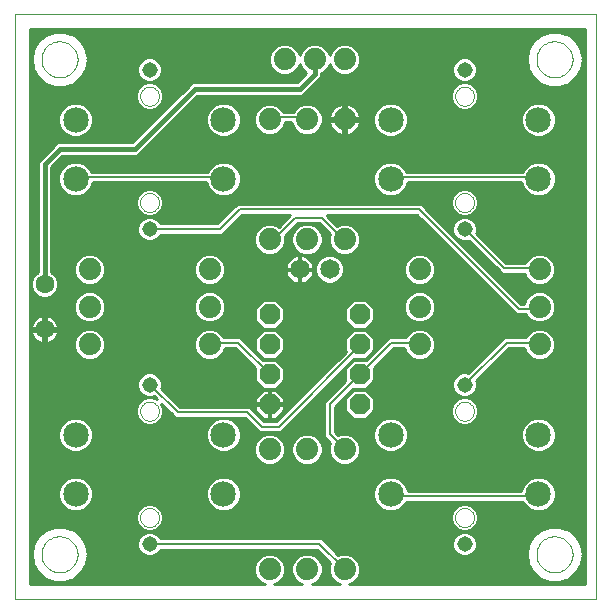
<source format=gbl>
G75*
G70*
%OFA0B0*%
%FSLAX24Y24*%
%IPPOS*%
%LPD*%
%AMOC8*
5,1,8,0,0,1.08239X$1,22.5*
%
%ADD10C,0.0000*%
%ADD11OC8,0.0680*%
%ADD12C,0.0650*%
%ADD13C,0.0740*%
%ADD14C,0.0850*%
%ADD15C,0.0515*%
%ADD16C,0.0630*%
%ADD17C,0.0100*%
%ADD18C,0.0060*%
%ADD19C,0.0080*%
%ADD20C,0.0160*%
D10*
X000000Y000000D02*
X000000Y019496D01*
X019370Y019496D01*
X019370Y000000D01*
X000000Y000000D01*
X000900Y001500D02*
X000902Y001549D01*
X000908Y001597D01*
X000918Y001645D01*
X000932Y001692D01*
X000949Y001738D01*
X000970Y001782D01*
X000995Y001824D01*
X001023Y001864D01*
X001055Y001902D01*
X001089Y001937D01*
X001126Y001969D01*
X001165Y001998D01*
X001207Y002024D01*
X001251Y002046D01*
X001296Y002064D01*
X001343Y002079D01*
X001390Y002090D01*
X001439Y002097D01*
X001488Y002100D01*
X001537Y002099D01*
X001585Y002094D01*
X001634Y002085D01*
X001681Y002072D01*
X001727Y002055D01*
X001771Y002035D01*
X001814Y002011D01*
X001855Y001984D01*
X001893Y001953D01*
X001929Y001920D01*
X001961Y001884D01*
X001991Y001845D01*
X002018Y001804D01*
X002041Y001760D01*
X002060Y001715D01*
X002076Y001669D01*
X002088Y001622D01*
X002096Y001573D01*
X002100Y001524D01*
X002100Y001476D01*
X002096Y001427D01*
X002088Y001378D01*
X002076Y001331D01*
X002060Y001285D01*
X002041Y001240D01*
X002018Y001196D01*
X001991Y001155D01*
X001961Y001116D01*
X001929Y001080D01*
X001893Y001047D01*
X001855Y001016D01*
X001814Y000989D01*
X001771Y000965D01*
X001727Y000945D01*
X001681Y000928D01*
X001634Y000915D01*
X001585Y000906D01*
X001537Y000901D01*
X001488Y000900D01*
X001439Y000903D01*
X001390Y000910D01*
X001343Y000921D01*
X001296Y000936D01*
X001251Y000954D01*
X001207Y000976D01*
X001165Y001002D01*
X001126Y001031D01*
X001089Y001063D01*
X001055Y001098D01*
X001023Y001136D01*
X000995Y001176D01*
X000970Y001218D01*
X000949Y001262D01*
X000932Y001308D01*
X000918Y001355D01*
X000908Y001403D01*
X000902Y001451D01*
X000900Y001500D01*
X004185Y002728D02*
X004187Y002763D01*
X004193Y002798D01*
X004203Y002832D01*
X004216Y002865D01*
X004233Y002896D01*
X004254Y002924D01*
X004277Y002951D01*
X004304Y002974D01*
X004332Y002995D01*
X004363Y003012D01*
X004396Y003025D01*
X004430Y003035D01*
X004465Y003041D01*
X004500Y003043D01*
X004535Y003041D01*
X004570Y003035D01*
X004604Y003025D01*
X004637Y003012D01*
X004668Y002995D01*
X004696Y002974D01*
X004723Y002951D01*
X004746Y002924D01*
X004767Y002896D01*
X004784Y002865D01*
X004797Y002832D01*
X004807Y002798D01*
X004813Y002763D01*
X004815Y002728D01*
X004813Y002693D01*
X004807Y002658D01*
X004797Y002624D01*
X004784Y002591D01*
X004767Y002560D01*
X004746Y002532D01*
X004723Y002505D01*
X004696Y002482D01*
X004668Y002461D01*
X004637Y002444D01*
X004604Y002431D01*
X004570Y002421D01*
X004535Y002415D01*
X004500Y002413D01*
X004465Y002415D01*
X004430Y002421D01*
X004396Y002431D01*
X004363Y002444D01*
X004332Y002461D01*
X004304Y002482D01*
X004277Y002505D01*
X004254Y002532D01*
X004233Y002560D01*
X004216Y002591D01*
X004203Y002624D01*
X004193Y002658D01*
X004187Y002693D01*
X004185Y002728D01*
X004185Y006272D02*
X004187Y006307D01*
X004193Y006342D01*
X004203Y006376D01*
X004216Y006409D01*
X004233Y006440D01*
X004254Y006468D01*
X004277Y006495D01*
X004304Y006518D01*
X004332Y006539D01*
X004363Y006556D01*
X004396Y006569D01*
X004430Y006579D01*
X004465Y006585D01*
X004500Y006587D01*
X004535Y006585D01*
X004570Y006579D01*
X004604Y006569D01*
X004637Y006556D01*
X004668Y006539D01*
X004696Y006518D01*
X004723Y006495D01*
X004746Y006468D01*
X004767Y006440D01*
X004784Y006409D01*
X004797Y006376D01*
X004807Y006342D01*
X004813Y006307D01*
X004815Y006272D01*
X004813Y006237D01*
X004807Y006202D01*
X004797Y006168D01*
X004784Y006135D01*
X004767Y006104D01*
X004746Y006076D01*
X004723Y006049D01*
X004696Y006026D01*
X004668Y006005D01*
X004637Y005988D01*
X004604Y005975D01*
X004570Y005965D01*
X004535Y005959D01*
X004500Y005957D01*
X004465Y005959D01*
X004430Y005965D01*
X004396Y005975D01*
X004363Y005988D01*
X004332Y006005D01*
X004304Y006026D01*
X004277Y006049D01*
X004254Y006076D01*
X004233Y006104D01*
X004216Y006135D01*
X004203Y006168D01*
X004193Y006202D01*
X004187Y006237D01*
X004185Y006272D01*
X004185Y013228D02*
X004187Y013263D01*
X004193Y013298D01*
X004203Y013332D01*
X004216Y013365D01*
X004233Y013396D01*
X004254Y013424D01*
X004277Y013451D01*
X004304Y013474D01*
X004332Y013495D01*
X004363Y013512D01*
X004396Y013525D01*
X004430Y013535D01*
X004465Y013541D01*
X004500Y013543D01*
X004535Y013541D01*
X004570Y013535D01*
X004604Y013525D01*
X004637Y013512D01*
X004668Y013495D01*
X004696Y013474D01*
X004723Y013451D01*
X004746Y013424D01*
X004767Y013396D01*
X004784Y013365D01*
X004797Y013332D01*
X004807Y013298D01*
X004813Y013263D01*
X004815Y013228D01*
X004813Y013193D01*
X004807Y013158D01*
X004797Y013124D01*
X004784Y013091D01*
X004767Y013060D01*
X004746Y013032D01*
X004723Y013005D01*
X004696Y012982D01*
X004668Y012961D01*
X004637Y012944D01*
X004604Y012931D01*
X004570Y012921D01*
X004535Y012915D01*
X004500Y012913D01*
X004465Y012915D01*
X004430Y012921D01*
X004396Y012931D01*
X004363Y012944D01*
X004332Y012961D01*
X004304Y012982D01*
X004277Y013005D01*
X004254Y013032D01*
X004233Y013060D01*
X004216Y013091D01*
X004203Y013124D01*
X004193Y013158D01*
X004187Y013193D01*
X004185Y013228D01*
X004185Y016772D02*
X004187Y016807D01*
X004193Y016842D01*
X004203Y016876D01*
X004216Y016909D01*
X004233Y016940D01*
X004254Y016968D01*
X004277Y016995D01*
X004304Y017018D01*
X004332Y017039D01*
X004363Y017056D01*
X004396Y017069D01*
X004430Y017079D01*
X004465Y017085D01*
X004500Y017087D01*
X004535Y017085D01*
X004570Y017079D01*
X004604Y017069D01*
X004637Y017056D01*
X004668Y017039D01*
X004696Y017018D01*
X004723Y016995D01*
X004746Y016968D01*
X004767Y016940D01*
X004784Y016909D01*
X004797Y016876D01*
X004807Y016842D01*
X004813Y016807D01*
X004815Y016772D01*
X004813Y016737D01*
X004807Y016702D01*
X004797Y016668D01*
X004784Y016635D01*
X004767Y016604D01*
X004746Y016576D01*
X004723Y016549D01*
X004696Y016526D01*
X004668Y016505D01*
X004637Y016488D01*
X004604Y016475D01*
X004570Y016465D01*
X004535Y016459D01*
X004500Y016457D01*
X004465Y016459D01*
X004430Y016465D01*
X004396Y016475D01*
X004363Y016488D01*
X004332Y016505D01*
X004304Y016526D01*
X004277Y016549D01*
X004254Y016576D01*
X004233Y016604D01*
X004216Y016635D01*
X004203Y016668D01*
X004193Y016702D01*
X004187Y016737D01*
X004185Y016772D01*
X000900Y018000D02*
X000902Y018049D01*
X000908Y018097D01*
X000918Y018145D01*
X000932Y018192D01*
X000949Y018238D01*
X000970Y018282D01*
X000995Y018324D01*
X001023Y018364D01*
X001055Y018402D01*
X001089Y018437D01*
X001126Y018469D01*
X001165Y018498D01*
X001207Y018524D01*
X001251Y018546D01*
X001296Y018564D01*
X001343Y018579D01*
X001390Y018590D01*
X001439Y018597D01*
X001488Y018600D01*
X001537Y018599D01*
X001585Y018594D01*
X001634Y018585D01*
X001681Y018572D01*
X001727Y018555D01*
X001771Y018535D01*
X001814Y018511D01*
X001855Y018484D01*
X001893Y018453D01*
X001929Y018420D01*
X001961Y018384D01*
X001991Y018345D01*
X002018Y018304D01*
X002041Y018260D01*
X002060Y018215D01*
X002076Y018169D01*
X002088Y018122D01*
X002096Y018073D01*
X002100Y018024D01*
X002100Y017976D01*
X002096Y017927D01*
X002088Y017878D01*
X002076Y017831D01*
X002060Y017785D01*
X002041Y017740D01*
X002018Y017696D01*
X001991Y017655D01*
X001961Y017616D01*
X001929Y017580D01*
X001893Y017547D01*
X001855Y017516D01*
X001814Y017489D01*
X001771Y017465D01*
X001727Y017445D01*
X001681Y017428D01*
X001634Y017415D01*
X001585Y017406D01*
X001537Y017401D01*
X001488Y017400D01*
X001439Y017403D01*
X001390Y017410D01*
X001343Y017421D01*
X001296Y017436D01*
X001251Y017454D01*
X001207Y017476D01*
X001165Y017502D01*
X001126Y017531D01*
X001089Y017563D01*
X001055Y017598D01*
X001023Y017636D01*
X000995Y017676D01*
X000970Y017718D01*
X000949Y017762D01*
X000932Y017808D01*
X000918Y017855D01*
X000908Y017903D01*
X000902Y017951D01*
X000900Y018000D01*
X014685Y016772D02*
X014687Y016807D01*
X014693Y016842D01*
X014703Y016876D01*
X014716Y016909D01*
X014733Y016940D01*
X014754Y016968D01*
X014777Y016995D01*
X014804Y017018D01*
X014832Y017039D01*
X014863Y017056D01*
X014896Y017069D01*
X014930Y017079D01*
X014965Y017085D01*
X015000Y017087D01*
X015035Y017085D01*
X015070Y017079D01*
X015104Y017069D01*
X015137Y017056D01*
X015168Y017039D01*
X015196Y017018D01*
X015223Y016995D01*
X015246Y016968D01*
X015267Y016940D01*
X015284Y016909D01*
X015297Y016876D01*
X015307Y016842D01*
X015313Y016807D01*
X015315Y016772D01*
X015313Y016737D01*
X015307Y016702D01*
X015297Y016668D01*
X015284Y016635D01*
X015267Y016604D01*
X015246Y016576D01*
X015223Y016549D01*
X015196Y016526D01*
X015168Y016505D01*
X015137Y016488D01*
X015104Y016475D01*
X015070Y016465D01*
X015035Y016459D01*
X015000Y016457D01*
X014965Y016459D01*
X014930Y016465D01*
X014896Y016475D01*
X014863Y016488D01*
X014832Y016505D01*
X014804Y016526D01*
X014777Y016549D01*
X014754Y016576D01*
X014733Y016604D01*
X014716Y016635D01*
X014703Y016668D01*
X014693Y016702D01*
X014687Y016737D01*
X014685Y016772D01*
X017400Y018000D02*
X017402Y018049D01*
X017408Y018097D01*
X017418Y018145D01*
X017432Y018192D01*
X017449Y018238D01*
X017470Y018282D01*
X017495Y018324D01*
X017523Y018364D01*
X017555Y018402D01*
X017589Y018437D01*
X017626Y018469D01*
X017665Y018498D01*
X017707Y018524D01*
X017751Y018546D01*
X017796Y018564D01*
X017843Y018579D01*
X017890Y018590D01*
X017939Y018597D01*
X017988Y018600D01*
X018037Y018599D01*
X018085Y018594D01*
X018134Y018585D01*
X018181Y018572D01*
X018227Y018555D01*
X018271Y018535D01*
X018314Y018511D01*
X018355Y018484D01*
X018393Y018453D01*
X018429Y018420D01*
X018461Y018384D01*
X018491Y018345D01*
X018518Y018304D01*
X018541Y018260D01*
X018560Y018215D01*
X018576Y018169D01*
X018588Y018122D01*
X018596Y018073D01*
X018600Y018024D01*
X018600Y017976D01*
X018596Y017927D01*
X018588Y017878D01*
X018576Y017831D01*
X018560Y017785D01*
X018541Y017740D01*
X018518Y017696D01*
X018491Y017655D01*
X018461Y017616D01*
X018429Y017580D01*
X018393Y017547D01*
X018355Y017516D01*
X018314Y017489D01*
X018271Y017465D01*
X018227Y017445D01*
X018181Y017428D01*
X018134Y017415D01*
X018085Y017406D01*
X018037Y017401D01*
X017988Y017400D01*
X017939Y017403D01*
X017890Y017410D01*
X017843Y017421D01*
X017796Y017436D01*
X017751Y017454D01*
X017707Y017476D01*
X017665Y017502D01*
X017626Y017531D01*
X017589Y017563D01*
X017555Y017598D01*
X017523Y017636D01*
X017495Y017676D01*
X017470Y017718D01*
X017449Y017762D01*
X017432Y017808D01*
X017418Y017855D01*
X017408Y017903D01*
X017402Y017951D01*
X017400Y018000D01*
X014685Y013228D02*
X014687Y013263D01*
X014693Y013298D01*
X014703Y013332D01*
X014716Y013365D01*
X014733Y013396D01*
X014754Y013424D01*
X014777Y013451D01*
X014804Y013474D01*
X014832Y013495D01*
X014863Y013512D01*
X014896Y013525D01*
X014930Y013535D01*
X014965Y013541D01*
X015000Y013543D01*
X015035Y013541D01*
X015070Y013535D01*
X015104Y013525D01*
X015137Y013512D01*
X015168Y013495D01*
X015196Y013474D01*
X015223Y013451D01*
X015246Y013424D01*
X015267Y013396D01*
X015284Y013365D01*
X015297Y013332D01*
X015307Y013298D01*
X015313Y013263D01*
X015315Y013228D01*
X015313Y013193D01*
X015307Y013158D01*
X015297Y013124D01*
X015284Y013091D01*
X015267Y013060D01*
X015246Y013032D01*
X015223Y013005D01*
X015196Y012982D01*
X015168Y012961D01*
X015137Y012944D01*
X015104Y012931D01*
X015070Y012921D01*
X015035Y012915D01*
X015000Y012913D01*
X014965Y012915D01*
X014930Y012921D01*
X014896Y012931D01*
X014863Y012944D01*
X014832Y012961D01*
X014804Y012982D01*
X014777Y013005D01*
X014754Y013032D01*
X014733Y013060D01*
X014716Y013091D01*
X014703Y013124D01*
X014693Y013158D01*
X014687Y013193D01*
X014685Y013228D01*
X014685Y006272D02*
X014687Y006307D01*
X014693Y006342D01*
X014703Y006376D01*
X014716Y006409D01*
X014733Y006440D01*
X014754Y006468D01*
X014777Y006495D01*
X014804Y006518D01*
X014832Y006539D01*
X014863Y006556D01*
X014896Y006569D01*
X014930Y006579D01*
X014965Y006585D01*
X015000Y006587D01*
X015035Y006585D01*
X015070Y006579D01*
X015104Y006569D01*
X015137Y006556D01*
X015168Y006539D01*
X015196Y006518D01*
X015223Y006495D01*
X015246Y006468D01*
X015267Y006440D01*
X015284Y006409D01*
X015297Y006376D01*
X015307Y006342D01*
X015313Y006307D01*
X015315Y006272D01*
X015313Y006237D01*
X015307Y006202D01*
X015297Y006168D01*
X015284Y006135D01*
X015267Y006104D01*
X015246Y006076D01*
X015223Y006049D01*
X015196Y006026D01*
X015168Y006005D01*
X015137Y005988D01*
X015104Y005975D01*
X015070Y005965D01*
X015035Y005959D01*
X015000Y005957D01*
X014965Y005959D01*
X014930Y005965D01*
X014896Y005975D01*
X014863Y005988D01*
X014832Y006005D01*
X014804Y006026D01*
X014777Y006049D01*
X014754Y006076D01*
X014733Y006104D01*
X014716Y006135D01*
X014703Y006168D01*
X014693Y006202D01*
X014687Y006237D01*
X014685Y006272D01*
X014685Y002728D02*
X014687Y002763D01*
X014693Y002798D01*
X014703Y002832D01*
X014716Y002865D01*
X014733Y002896D01*
X014754Y002924D01*
X014777Y002951D01*
X014804Y002974D01*
X014832Y002995D01*
X014863Y003012D01*
X014896Y003025D01*
X014930Y003035D01*
X014965Y003041D01*
X015000Y003043D01*
X015035Y003041D01*
X015070Y003035D01*
X015104Y003025D01*
X015137Y003012D01*
X015168Y002995D01*
X015196Y002974D01*
X015223Y002951D01*
X015246Y002924D01*
X015267Y002896D01*
X015284Y002865D01*
X015297Y002832D01*
X015307Y002798D01*
X015313Y002763D01*
X015315Y002728D01*
X015313Y002693D01*
X015307Y002658D01*
X015297Y002624D01*
X015284Y002591D01*
X015267Y002560D01*
X015246Y002532D01*
X015223Y002505D01*
X015196Y002482D01*
X015168Y002461D01*
X015137Y002444D01*
X015104Y002431D01*
X015070Y002421D01*
X015035Y002415D01*
X015000Y002413D01*
X014965Y002415D01*
X014930Y002421D01*
X014896Y002431D01*
X014863Y002444D01*
X014832Y002461D01*
X014804Y002482D01*
X014777Y002505D01*
X014754Y002532D01*
X014733Y002560D01*
X014716Y002591D01*
X014703Y002624D01*
X014693Y002658D01*
X014687Y002693D01*
X014685Y002728D01*
X017400Y001500D02*
X017402Y001549D01*
X017408Y001597D01*
X017418Y001645D01*
X017432Y001692D01*
X017449Y001738D01*
X017470Y001782D01*
X017495Y001824D01*
X017523Y001864D01*
X017555Y001902D01*
X017589Y001937D01*
X017626Y001969D01*
X017665Y001998D01*
X017707Y002024D01*
X017751Y002046D01*
X017796Y002064D01*
X017843Y002079D01*
X017890Y002090D01*
X017939Y002097D01*
X017988Y002100D01*
X018037Y002099D01*
X018085Y002094D01*
X018134Y002085D01*
X018181Y002072D01*
X018227Y002055D01*
X018271Y002035D01*
X018314Y002011D01*
X018355Y001984D01*
X018393Y001953D01*
X018429Y001920D01*
X018461Y001884D01*
X018491Y001845D01*
X018518Y001804D01*
X018541Y001760D01*
X018560Y001715D01*
X018576Y001669D01*
X018588Y001622D01*
X018596Y001573D01*
X018600Y001524D01*
X018600Y001476D01*
X018596Y001427D01*
X018588Y001378D01*
X018576Y001331D01*
X018560Y001285D01*
X018541Y001240D01*
X018518Y001196D01*
X018491Y001155D01*
X018461Y001116D01*
X018429Y001080D01*
X018393Y001047D01*
X018355Y001016D01*
X018314Y000989D01*
X018271Y000965D01*
X018227Y000945D01*
X018181Y000928D01*
X018134Y000915D01*
X018085Y000906D01*
X018037Y000901D01*
X017988Y000900D01*
X017939Y000903D01*
X017890Y000910D01*
X017843Y000921D01*
X017796Y000936D01*
X017751Y000954D01*
X017707Y000976D01*
X017665Y001002D01*
X017626Y001031D01*
X017589Y001063D01*
X017555Y001098D01*
X017523Y001136D01*
X017495Y001176D01*
X017470Y001218D01*
X017449Y001262D01*
X017432Y001308D01*
X017418Y001355D01*
X017408Y001403D01*
X017402Y001451D01*
X017400Y001500D01*
D11*
X011500Y006500D03*
X011500Y007500D03*
X011500Y008500D03*
X011500Y009500D03*
X008500Y009500D03*
X008500Y008500D03*
X008500Y007500D03*
X008500Y006500D03*
D12*
X009500Y011000D03*
X010500Y011000D03*
D13*
X011000Y012000D03*
X009750Y012000D03*
X008500Y012000D03*
X006500Y011000D03*
X006500Y009750D03*
X006500Y008500D03*
X008500Y005000D03*
X009750Y005000D03*
X011000Y005000D03*
X013500Y008500D03*
X013500Y009750D03*
X013500Y011000D03*
X017500Y011000D03*
X017500Y009750D03*
X017500Y008500D03*
X011000Y016000D03*
X009750Y016000D03*
X008500Y016000D03*
X009000Y018000D03*
X010000Y018000D03*
X011000Y018000D03*
X002500Y011000D03*
X002500Y009750D03*
X002500Y008500D03*
X008500Y001000D03*
X009750Y001000D03*
X011000Y001000D03*
D14*
X012539Y003516D03*
X012539Y005484D03*
X017461Y005484D03*
X017461Y003516D03*
X017461Y014016D03*
X017461Y015984D03*
X012539Y015984D03*
X012539Y014016D03*
X006961Y014016D03*
X006961Y015984D03*
X002039Y015984D03*
X002039Y014016D03*
X002039Y005484D03*
X002039Y003516D03*
X006961Y003516D03*
X006961Y005484D03*
D15*
X004500Y007157D03*
X004500Y012343D03*
X004500Y017657D03*
X015000Y017657D03*
X015000Y012343D03*
X015000Y007157D03*
X015000Y001843D03*
X004500Y001843D03*
D16*
X001000Y009000D03*
X001000Y010500D03*
D17*
X001323Y010835D02*
X002005Y010835D01*
X001980Y010897D02*
X002059Y010705D01*
X002205Y010559D01*
X002397Y010480D01*
X002603Y010480D01*
X002795Y010559D01*
X002941Y010705D01*
X003020Y010897D01*
X003020Y011103D01*
X002941Y011295D01*
X002795Y011441D01*
X002603Y011520D01*
X002397Y011520D01*
X002205Y011441D01*
X002059Y011295D01*
X001980Y011103D01*
X001980Y010897D01*
X001980Y010934D02*
X001230Y010934D01*
X001230Y010908D02*
X001230Y014405D01*
X001595Y014770D01*
X004095Y014770D01*
X006095Y016770D01*
X009595Y016770D01*
X010095Y017270D01*
X010230Y017405D01*
X010230Y017532D01*
X010295Y017559D01*
X010441Y017705D01*
X010500Y017848D01*
X010559Y017705D01*
X010705Y017559D01*
X010897Y017480D01*
X011103Y017480D01*
X011295Y017559D01*
X011441Y017705D01*
X011520Y017897D01*
X011520Y018103D01*
X011441Y018295D01*
X011295Y018441D01*
X011103Y018520D01*
X010897Y018520D01*
X010705Y018441D01*
X010559Y018295D01*
X010500Y018152D01*
X010441Y018295D01*
X010295Y018441D01*
X010103Y018520D01*
X009897Y018520D01*
X009705Y018441D01*
X009559Y018295D01*
X009500Y018152D01*
X009441Y018295D01*
X009295Y018441D01*
X009103Y018520D01*
X008897Y018520D01*
X008705Y018441D01*
X008559Y018295D01*
X008480Y018103D01*
X008480Y017897D01*
X008559Y017705D01*
X008705Y017559D01*
X008897Y017480D01*
X009103Y017480D01*
X009295Y017559D01*
X009441Y017705D01*
X009500Y017848D01*
X009559Y017705D01*
X009705Y017559D01*
X009726Y017551D01*
X009405Y017230D01*
X005905Y017230D01*
X005770Y017095D01*
X003905Y015230D01*
X001405Y015230D01*
X001270Y015095D01*
X000770Y014595D01*
X000770Y010908D01*
X000737Y010894D01*
X000606Y010763D01*
X000535Y010592D01*
X000535Y010408D01*
X000606Y010237D01*
X000737Y010106D01*
X000908Y010035D01*
X001092Y010035D01*
X001263Y010106D01*
X001394Y010237D01*
X001465Y010408D01*
X001465Y010592D01*
X001394Y010763D01*
X001263Y010894D01*
X001230Y010908D01*
X001230Y011032D02*
X001980Y011032D01*
X001991Y011131D02*
X001230Y011131D01*
X001230Y011229D02*
X002032Y011229D01*
X002092Y011328D02*
X001230Y011328D01*
X001230Y011426D02*
X002191Y011426D01*
X002809Y011426D02*
X006191Y011426D01*
X006205Y011441D02*
X006059Y011295D01*
X005980Y011103D01*
X005980Y010897D01*
X006059Y010705D01*
X006205Y010559D01*
X006397Y010480D01*
X006603Y010480D01*
X006795Y010559D01*
X006941Y010705D01*
X007020Y010897D01*
X007020Y011103D01*
X006941Y011295D01*
X006795Y011441D01*
X006603Y011520D01*
X006397Y011520D01*
X006205Y011441D01*
X006092Y011328D02*
X002908Y011328D01*
X002968Y011229D02*
X006032Y011229D01*
X005991Y011131D02*
X003009Y011131D01*
X003020Y011032D02*
X005980Y011032D01*
X005980Y010934D02*
X003020Y010934D01*
X002995Y010835D02*
X006005Y010835D01*
X006046Y010737D02*
X002954Y010737D01*
X002873Y010638D02*
X006127Y010638D01*
X006253Y010540D02*
X002747Y010540D01*
X002603Y010270D02*
X002397Y010270D01*
X002205Y010191D01*
X002059Y010045D01*
X001980Y009853D01*
X001980Y009647D01*
X002059Y009455D01*
X002205Y009309D01*
X002397Y009230D01*
X002603Y009230D01*
X002795Y009309D01*
X002941Y009455D01*
X003020Y009647D01*
X003020Y009853D01*
X002941Y010045D01*
X002795Y010191D01*
X002603Y010270D01*
X002666Y010244D02*
X006334Y010244D01*
X006397Y010270D02*
X006205Y010191D01*
X006059Y010045D01*
X005980Y009853D01*
X005980Y009647D01*
X006059Y009455D01*
X006205Y009309D01*
X006397Y009230D01*
X006603Y009230D01*
X006795Y009309D01*
X006941Y009455D01*
X007020Y009647D01*
X007020Y009853D01*
X006941Y010045D01*
X006795Y010191D01*
X006603Y010270D01*
X006397Y010270D01*
X006160Y010146D02*
X002840Y010146D01*
X002938Y010047D02*
X006062Y010047D01*
X006019Y009949D02*
X002981Y009949D01*
X003020Y009850D02*
X005980Y009850D01*
X005980Y009752D02*
X003020Y009752D01*
X003020Y009653D02*
X005980Y009653D01*
X006018Y009555D02*
X002982Y009555D01*
X002941Y009456D02*
X006059Y009456D01*
X006157Y009358D02*
X002843Y009358D01*
X002674Y009259D02*
X006326Y009259D01*
X006397Y009020D02*
X006205Y008941D01*
X006059Y008795D01*
X005980Y008603D01*
X005980Y008397D01*
X006059Y008205D01*
X006205Y008059D01*
X006397Y007980D01*
X006603Y007980D01*
X006795Y008059D01*
X006941Y008205D01*
X007013Y008380D01*
X007365Y008380D01*
X008026Y007719D01*
X008010Y007703D01*
X008010Y007297D01*
X008297Y007010D01*
X008703Y007010D01*
X008990Y007297D01*
X008990Y007703D01*
X008703Y007990D01*
X008297Y007990D01*
X008281Y007974D01*
X007620Y008635D01*
X007515Y008740D01*
X006963Y008740D01*
X006941Y008795D01*
X006795Y008941D01*
X006603Y009020D01*
X006397Y009020D01*
X006260Y008964D02*
X002740Y008964D01*
X002795Y008941D02*
X002603Y009020D01*
X002397Y009020D01*
X002205Y008941D01*
X002059Y008795D01*
X001980Y008603D01*
X001980Y008397D01*
X002059Y008205D01*
X002205Y008059D01*
X002397Y007980D01*
X002603Y007980D01*
X002795Y008059D01*
X002941Y008205D01*
X003020Y008397D01*
X003020Y008603D01*
X002941Y008795D01*
X002795Y008941D01*
X002870Y008865D02*
X006130Y008865D01*
X006048Y008767D02*
X002952Y008767D01*
X002993Y008668D02*
X006007Y008668D01*
X005980Y008570D02*
X003020Y008570D01*
X003020Y008471D02*
X005980Y008471D01*
X005990Y008373D02*
X003010Y008373D01*
X002969Y008274D02*
X006031Y008274D01*
X006089Y008176D02*
X002911Y008176D01*
X002812Y008077D02*
X006188Y008077D01*
X006812Y008077D02*
X007668Y008077D01*
X007570Y008176D02*
X006911Y008176D01*
X006969Y008274D02*
X007471Y008274D01*
X007373Y008373D02*
X007010Y008373D01*
X006952Y008767D02*
X008074Y008767D01*
X008010Y008703D02*
X008010Y008297D01*
X008297Y008010D01*
X008703Y008010D01*
X008990Y008297D01*
X008990Y008703D01*
X008703Y008990D01*
X008297Y008990D01*
X008010Y008703D01*
X008010Y008668D02*
X007587Y008668D01*
X007685Y008570D02*
X008010Y008570D01*
X008010Y008471D02*
X007784Y008471D01*
X007882Y008373D02*
X008010Y008373D01*
X008033Y008274D02*
X007981Y008274D01*
X008079Y008176D02*
X008132Y008176D01*
X008178Y008077D02*
X008230Y008077D01*
X008276Y007979D02*
X008286Y007979D01*
X008010Y007683D02*
X000500Y007683D01*
X000500Y007585D02*
X008010Y007585D01*
X008010Y007486D02*
X004748Y007486D01*
X004731Y007503D02*
X004581Y007565D01*
X004419Y007565D01*
X004269Y007503D01*
X004155Y007388D01*
X004093Y007239D01*
X004093Y007076D01*
X004155Y006927D01*
X004269Y006812D01*
X004419Y006750D01*
X004581Y006750D01*
X004648Y006778D01*
X004757Y006668D01*
X004592Y006737D01*
X004408Y006737D01*
X004237Y006666D01*
X004106Y006535D01*
X004035Y006364D01*
X004035Y006179D01*
X004106Y006008D01*
X004237Y005877D01*
X004408Y005807D01*
X004592Y005807D01*
X004763Y005877D01*
X004894Y006008D01*
X004965Y006179D01*
X004965Y006364D01*
X004897Y006529D01*
X005260Y006165D01*
X005365Y006060D01*
X007685Y006060D01*
X008060Y005685D01*
X008165Y005580D01*
X008875Y005580D01*
X011305Y008010D01*
X011703Y008010D01*
X011990Y008297D01*
X011990Y008703D01*
X011703Y008990D01*
X011297Y008990D01*
X011010Y008703D01*
X011010Y008297D01*
X011046Y008261D01*
X008725Y005940D01*
X008315Y005940D01*
X007835Y006420D01*
X005515Y006420D01*
X004893Y007042D01*
X004907Y007076D01*
X004907Y007239D01*
X004845Y007388D01*
X004731Y007503D01*
X004846Y007388D02*
X008010Y007388D01*
X008018Y007289D02*
X004887Y007289D01*
X004907Y007191D02*
X008117Y007191D01*
X008215Y007092D02*
X004907Y007092D01*
X004941Y006994D02*
X009779Y006994D01*
X009877Y007092D02*
X008785Y007092D01*
X008703Y006990D02*
X008530Y006990D01*
X008530Y006530D01*
X008470Y006530D01*
X008470Y006990D01*
X008297Y006990D01*
X008010Y006703D01*
X008010Y006530D01*
X008470Y006530D01*
X008470Y006470D01*
X008010Y006470D01*
X008010Y006297D01*
X008297Y006010D01*
X008470Y006010D01*
X008470Y006470D01*
X008530Y006470D01*
X008530Y006530D01*
X008990Y006530D01*
X008990Y006703D01*
X008703Y006990D01*
X008798Y006895D02*
X009680Y006895D01*
X009582Y006797D02*
X008896Y006797D01*
X008990Y006698D02*
X009483Y006698D01*
X009385Y006600D02*
X008990Y006600D01*
X008990Y006470D02*
X008530Y006470D01*
X008530Y006010D01*
X008703Y006010D01*
X008990Y006297D01*
X008990Y006470D01*
X008990Y006403D02*
X009188Y006403D01*
X009286Y006501D02*
X008530Y006501D01*
X008470Y006501D02*
X005434Y006501D01*
X005335Y006600D02*
X008010Y006600D01*
X008010Y006698D02*
X005237Y006698D01*
X005138Y006797D02*
X008104Y006797D01*
X008202Y006895D02*
X005040Y006895D01*
X004727Y006698D02*
X004686Y006698D01*
X004908Y006501D02*
X004924Y006501D01*
X004949Y006403D02*
X005023Y006403D01*
X004965Y006304D02*
X005121Y006304D01*
X005220Y006206D02*
X004965Y006206D01*
X004935Y006107D02*
X005318Y006107D01*
X004894Y006009D02*
X006724Y006009D01*
X006635Y005972D02*
X006473Y005810D01*
X006386Y005599D01*
X006386Y005370D01*
X006473Y005159D01*
X006635Y004997D01*
X006846Y004909D01*
X007075Y004909D01*
X007286Y004997D01*
X007448Y005159D01*
X007536Y005370D01*
X007536Y005599D01*
X007448Y005810D01*
X007286Y005972D01*
X007075Y006059D01*
X006846Y006059D01*
X006635Y005972D01*
X006573Y005910D02*
X004796Y005910D01*
X004604Y005812D02*
X006475Y005812D01*
X006433Y005713D02*
X002567Y005713D01*
X002527Y005810D02*
X002365Y005972D01*
X002154Y006059D01*
X001925Y006059D01*
X001714Y005972D01*
X001552Y005810D01*
X001464Y005599D01*
X001464Y005370D01*
X001552Y005159D01*
X001714Y004997D01*
X001925Y004909D01*
X002154Y004909D01*
X002365Y004997D01*
X002527Y005159D01*
X002614Y005370D01*
X002614Y005599D01*
X002527Y005810D01*
X002525Y005812D02*
X004396Y005812D01*
X004204Y005910D02*
X002427Y005910D01*
X002276Y006009D02*
X004106Y006009D01*
X004065Y006107D02*
X000500Y006107D01*
X000500Y006009D02*
X001803Y006009D01*
X001652Y005910D02*
X000500Y005910D01*
X000500Y005812D02*
X001553Y005812D01*
X001512Y005713D02*
X000500Y005713D01*
X000500Y005615D02*
X001471Y005615D01*
X001464Y005516D02*
X000500Y005516D01*
X000500Y005418D02*
X001464Y005418D01*
X001485Y005319D02*
X000500Y005319D01*
X000500Y005221D02*
X001526Y005221D01*
X001588Y005122D02*
X000500Y005122D01*
X000500Y005024D02*
X001687Y005024D01*
X001887Y004925D02*
X000500Y004925D01*
X000500Y004827D02*
X008009Y004827D01*
X007980Y004897D02*
X008059Y004705D01*
X008205Y004559D01*
X008397Y004480D01*
X008603Y004480D01*
X008795Y004559D01*
X008941Y004705D01*
X009020Y004897D01*
X009020Y005103D01*
X008941Y005295D01*
X008795Y005441D01*
X008603Y005520D01*
X008397Y005520D01*
X008205Y005441D01*
X008059Y005295D01*
X007980Y005103D01*
X007980Y004897D01*
X007980Y004925D02*
X007113Y004925D01*
X007313Y005024D02*
X007980Y005024D01*
X007988Y005122D02*
X007412Y005122D01*
X007474Y005221D02*
X008028Y005221D01*
X008084Y005319D02*
X007515Y005319D01*
X007536Y005418D02*
X008182Y005418D01*
X008131Y005615D02*
X007529Y005615D01*
X007536Y005516D02*
X008387Y005516D01*
X008032Y005713D02*
X007488Y005713D01*
X007447Y005812D02*
X007934Y005812D01*
X007835Y005910D02*
X007348Y005910D01*
X007197Y006009D02*
X007737Y006009D01*
X007951Y006304D02*
X008010Y006304D01*
X008010Y006403D02*
X007852Y006403D01*
X008049Y006206D02*
X008102Y006206D01*
X008148Y006107D02*
X008200Y006107D01*
X008246Y006009D02*
X008794Y006009D01*
X008800Y006107D02*
X008892Y006107D01*
X008898Y006206D02*
X008991Y006206D01*
X008990Y006304D02*
X009089Y006304D01*
X009303Y006009D02*
X010310Y006009D01*
X010310Y006107D02*
X009402Y006107D01*
X009500Y006206D02*
X010310Y006206D01*
X010310Y006304D02*
X009599Y006304D01*
X009697Y006403D02*
X010310Y006403D01*
X010310Y006501D02*
X009796Y006501D01*
X009894Y006600D02*
X010331Y006600D01*
X010310Y006579D02*
X010310Y005421D01*
X010523Y005208D01*
X010480Y005103D01*
X010480Y004897D01*
X010559Y004705D01*
X010705Y004559D01*
X010897Y004480D01*
X011103Y004480D01*
X011295Y004559D01*
X011441Y004705D01*
X011520Y004897D01*
X011520Y005103D01*
X011441Y005295D01*
X011295Y005441D01*
X011103Y005520D01*
X010897Y005520D01*
X010792Y005477D01*
X010690Y005579D01*
X010690Y006421D01*
X011288Y007019D01*
X011297Y007010D01*
X011703Y007010D01*
X011990Y007297D01*
X011990Y007703D01*
X011974Y007719D01*
X012635Y008380D01*
X012987Y008380D01*
X013059Y008205D01*
X013205Y008059D01*
X013397Y007980D01*
X013603Y007980D01*
X013795Y008059D01*
X013941Y008205D01*
X014020Y008397D01*
X014020Y008603D01*
X013941Y008795D01*
X013795Y008941D01*
X013603Y009020D01*
X013397Y009020D01*
X013205Y008941D01*
X013059Y008795D01*
X013037Y008740D01*
X012485Y008740D01*
X012380Y008635D01*
X011719Y007974D01*
X011703Y007990D01*
X011297Y007990D01*
X011010Y007703D01*
X011010Y007297D01*
X011019Y007288D01*
X010421Y006690D01*
X010310Y006579D01*
X010429Y006698D02*
X009993Y006698D01*
X010091Y006797D02*
X010528Y006797D01*
X010626Y006895D02*
X010190Y006895D01*
X010288Y006994D02*
X010725Y006994D01*
X010823Y007092D02*
X010387Y007092D01*
X010485Y007191D02*
X010922Y007191D01*
X011018Y007289D02*
X010584Y007289D01*
X010682Y007388D02*
X011010Y007388D01*
X011010Y007486D02*
X010781Y007486D01*
X010879Y007585D02*
X011010Y007585D01*
X011010Y007683D02*
X010978Y007683D01*
X011076Y007782D02*
X011089Y007782D01*
X011175Y007880D02*
X011187Y007880D01*
X011273Y007979D02*
X011286Y007979D01*
X010961Y008176D02*
X008868Y008176D01*
X008770Y008077D02*
X010862Y008077D01*
X010764Y007979D02*
X008714Y007979D01*
X008813Y007880D02*
X010665Y007880D01*
X010567Y007782D02*
X008911Y007782D01*
X008990Y007683D02*
X010468Y007683D01*
X010370Y007585D02*
X008990Y007585D01*
X008990Y007486D02*
X010271Y007486D01*
X010173Y007388D02*
X008990Y007388D01*
X008982Y007289D02*
X010074Y007289D01*
X009976Y007191D02*
X008883Y007191D01*
X008530Y006895D02*
X008470Y006895D01*
X008470Y006797D02*
X008530Y006797D01*
X008530Y006698D02*
X008470Y006698D01*
X008470Y006600D02*
X008530Y006600D01*
X008530Y006403D02*
X008470Y006403D01*
X008470Y006304D02*
X008530Y006304D01*
X008530Y006206D02*
X008470Y006206D01*
X008470Y006107D02*
X008530Y006107D01*
X008613Y005516D02*
X009637Y005516D01*
X009647Y005520D02*
X009455Y005441D01*
X009309Y005295D01*
X009230Y005103D01*
X009230Y004897D01*
X009309Y004705D01*
X009455Y004559D01*
X009647Y004480D01*
X009853Y004480D01*
X010045Y004559D01*
X010191Y004705D01*
X010270Y004897D01*
X010270Y005103D01*
X010191Y005295D01*
X010045Y005441D01*
X009853Y005520D01*
X009647Y005520D01*
X009863Y005516D02*
X010310Y005516D01*
X010310Y005615D02*
X008909Y005615D01*
X009008Y005713D02*
X010310Y005713D01*
X010310Y005812D02*
X009106Y005812D01*
X009205Y005910D02*
X010310Y005910D01*
X010690Y005910D02*
X012152Y005910D01*
X012214Y005972D02*
X012052Y005810D01*
X011964Y005599D01*
X011964Y005370D01*
X012052Y005159D01*
X012214Y004997D01*
X012425Y004909D01*
X012654Y004909D01*
X012865Y004997D01*
X013027Y005159D01*
X013114Y005370D01*
X013114Y005599D01*
X013027Y005810D01*
X012865Y005972D01*
X012654Y006059D01*
X012425Y006059D01*
X012214Y005972D01*
X012303Y006009D02*
X010690Y006009D01*
X010690Y006107D02*
X011200Y006107D01*
X011297Y006010D02*
X011010Y006297D01*
X011010Y006703D01*
X011297Y006990D01*
X011703Y006990D01*
X011990Y006703D01*
X011990Y006297D01*
X011703Y006010D01*
X011297Y006010D01*
X011102Y006206D02*
X010690Y006206D01*
X010690Y006304D02*
X011010Y006304D01*
X011010Y006403D02*
X010690Y006403D01*
X010770Y006501D02*
X011010Y006501D01*
X011010Y006600D02*
X010868Y006600D01*
X010967Y006698D02*
X011010Y006698D01*
X011065Y006797D02*
X011104Y006797D01*
X011164Y006895D02*
X011202Y006895D01*
X011262Y006994D02*
X014627Y006994D01*
X014655Y006927D02*
X014769Y006812D01*
X014919Y006750D01*
X015081Y006750D01*
X015231Y006812D01*
X015345Y006927D01*
X015407Y007076D01*
X015407Y007239D01*
X015386Y007291D01*
X016475Y008380D01*
X016987Y008380D01*
X017059Y008205D01*
X017205Y008059D01*
X017397Y007980D01*
X017603Y007980D01*
X017795Y008059D01*
X017941Y008205D01*
X018020Y008397D01*
X018020Y008603D01*
X017941Y008795D01*
X017795Y008941D01*
X017603Y009020D01*
X017397Y009020D01*
X017205Y008941D01*
X017059Y008795D01*
X017037Y008740D01*
X016325Y008740D01*
X016220Y008635D01*
X015130Y007545D01*
X015081Y007565D01*
X014919Y007565D01*
X014769Y007503D01*
X014655Y007388D01*
X014593Y007239D01*
X014593Y007076D01*
X014655Y006927D01*
X014686Y006895D02*
X011798Y006895D01*
X011896Y006797D02*
X014807Y006797D01*
X014814Y006698D02*
X011990Y006698D01*
X011990Y006600D02*
X014670Y006600D01*
X014606Y006535D02*
X014535Y006364D01*
X014535Y006179D01*
X014606Y006008D01*
X014737Y005877D01*
X014908Y005807D01*
X015092Y005807D01*
X015263Y005877D01*
X015394Y006008D01*
X015465Y006179D01*
X015465Y006364D01*
X015394Y006535D01*
X015263Y006666D01*
X015092Y006737D01*
X014908Y006737D01*
X014737Y006666D01*
X014606Y006535D01*
X014592Y006501D02*
X011990Y006501D01*
X011990Y006403D02*
X014551Y006403D01*
X014535Y006304D02*
X011990Y006304D01*
X011898Y006206D02*
X014535Y006206D01*
X014565Y006107D02*
X011800Y006107D01*
X012053Y005812D02*
X010690Y005812D01*
X010690Y005713D02*
X012012Y005713D01*
X011971Y005615D02*
X010690Y005615D01*
X010753Y005516D02*
X010887Y005516D01*
X011113Y005516D02*
X011964Y005516D01*
X011964Y005418D02*
X011318Y005418D01*
X011416Y005319D02*
X011985Y005319D01*
X012026Y005221D02*
X011472Y005221D01*
X011512Y005122D02*
X012088Y005122D01*
X012187Y005024D02*
X011520Y005024D01*
X011520Y004925D02*
X012387Y004925D01*
X012692Y004925D02*
X017308Y004925D01*
X017346Y004909D02*
X017575Y004909D01*
X017786Y004997D01*
X017948Y005159D01*
X018036Y005370D01*
X018036Y005599D01*
X017948Y005810D01*
X017786Y005972D01*
X017575Y006059D01*
X017346Y006059D01*
X017135Y005972D01*
X016973Y005810D01*
X016886Y005599D01*
X016886Y005370D01*
X016973Y005159D01*
X017135Y004997D01*
X017346Y004909D01*
X017108Y005024D02*
X012892Y005024D01*
X012990Y005122D02*
X017010Y005122D01*
X016947Y005221D02*
X013053Y005221D01*
X013093Y005319D02*
X016907Y005319D01*
X016886Y005418D02*
X013114Y005418D01*
X013114Y005516D02*
X016886Y005516D01*
X016892Y005615D02*
X013108Y005615D01*
X013067Y005713D02*
X016933Y005713D01*
X016975Y005812D02*
X015104Y005812D01*
X014896Y005812D02*
X013025Y005812D01*
X012927Y005910D02*
X014704Y005910D01*
X014606Y006009D02*
X012776Y006009D01*
X011785Y007092D02*
X014593Y007092D01*
X014593Y007191D02*
X011883Y007191D01*
X011982Y007289D02*
X014613Y007289D01*
X014654Y007388D02*
X011990Y007388D01*
X011990Y007486D02*
X014752Y007486D01*
X015170Y007585D02*
X011990Y007585D01*
X011990Y007683D02*
X015268Y007683D01*
X015367Y007782D02*
X012036Y007782D01*
X012135Y007880D02*
X015465Y007880D01*
X015564Y007979D02*
X012233Y007979D01*
X012332Y008077D02*
X013188Y008077D01*
X013089Y008176D02*
X012430Y008176D01*
X012529Y008274D02*
X013031Y008274D01*
X012990Y008373D02*
X012627Y008373D01*
X012413Y008668D02*
X011990Y008668D01*
X011990Y008570D02*
X012315Y008570D01*
X012216Y008471D02*
X011990Y008471D01*
X011990Y008373D02*
X012118Y008373D01*
X012019Y008274D02*
X011967Y008274D01*
X011921Y008176D02*
X011868Y008176D01*
X011822Y008077D02*
X011770Y008077D01*
X011724Y007979D02*
X011714Y007979D01*
X011033Y008274D02*
X008967Y008274D01*
X008990Y008373D02*
X011010Y008373D01*
X011010Y008471D02*
X008990Y008471D01*
X008990Y008570D02*
X011010Y008570D01*
X011010Y008668D02*
X008990Y008668D01*
X008926Y008767D02*
X011074Y008767D01*
X011172Y008865D02*
X008828Y008865D01*
X008729Y008964D02*
X011271Y008964D01*
X011297Y009010D02*
X011703Y009010D01*
X011990Y009297D01*
X011990Y009703D01*
X011703Y009990D01*
X011297Y009990D01*
X011010Y009703D01*
X011010Y009297D01*
X011297Y009010D01*
X011245Y009062D02*
X008755Y009062D01*
X008703Y009010D02*
X008990Y009297D01*
X008990Y009703D01*
X008703Y009990D01*
X008297Y009990D01*
X008010Y009703D01*
X008010Y009297D01*
X008297Y009010D01*
X008703Y009010D01*
X008853Y009161D02*
X011147Y009161D01*
X011048Y009259D02*
X008952Y009259D01*
X008990Y009358D02*
X011010Y009358D01*
X011010Y009456D02*
X008990Y009456D01*
X008990Y009555D02*
X011010Y009555D01*
X011010Y009653D02*
X008990Y009653D01*
X008941Y009752D02*
X011059Y009752D01*
X011157Y009850D02*
X008843Y009850D01*
X008744Y009949D02*
X011256Y009949D01*
X011744Y009949D02*
X013019Y009949D01*
X012980Y009853D02*
X012980Y009647D01*
X013059Y009455D01*
X013205Y009309D01*
X013397Y009230D01*
X013603Y009230D01*
X013795Y009309D01*
X013941Y009455D01*
X014020Y009647D01*
X014020Y009853D01*
X013941Y010045D01*
X013795Y010191D01*
X013603Y010270D01*
X013397Y010270D01*
X013205Y010191D01*
X013059Y010045D01*
X012980Y009853D01*
X012980Y009850D02*
X011843Y009850D01*
X011941Y009752D02*
X012980Y009752D01*
X012980Y009653D02*
X011990Y009653D01*
X011990Y009555D02*
X013018Y009555D01*
X013059Y009456D02*
X011990Y009456D01*
X011990Y009358D02*
X013157Y009358D01*
X013326Y009259D02*
X011952Y009259D01*
X011853Y009161D02*
X019000Y009161D01*
X019000Y009259D02*
X017674Y009259D01*
X017603Y009230D02*
X017397Y009230D01*
X017205Y009309D01*
X017059Y009455D01*
X017041Y009500D01*
X016725Y009500D01*
X016620Y009605D01*
X013535Y012690D01*
X013521Y012690D01*
X013401Y012810D01*
X010405Y012810D01*
X010420Y012795D01*
X010754Y012461D01*
X010897Y012520D01*
X011103Y012520D01*
X011295Y012441D01*
X011441Y012295D01*
X011520Y012103D01*
X011520Y011897D01*
X011441Y011705D01*
X011295Y011559D01*
X011103Y011480D01*
X010897Y011480D01*
X010705Y011559D01*
X010559Y011705D01*
X010480Y011897D01*
X010480Y012103D01*
X010516Y012190D01*
X010165Y012540D01*
X009435Y012540D01*
X009014Y012119D01*
X009020Y012103D01*
X009020Y011897D01*
X008941Y011705D01*
X008795Y011559D01*
X008603Y011480D01*
X008397Y011480D01*
X008205Y011559D01*
X008059Y011705D01*
X007980Y011897D01*
X007980Y012103D01*
X008059Y012295D01*
X008205Y012441D01*
X008397Y012520D01*
X008603Y012520D01*
X008795Y012441D01*
X008810Y012425D01*
X009195Y012810D01*
X007579Y012810D01*
X006921Y012153D01*
X004862Y012153D01*
X004845Y012112D01*
X004731Y011997D01*
X004581Y011935D01*
X004419Y011935D01*
X004269Y011997D01*
X004155Y012112D01*
X004093Y012261D01*
X004093Y012424D01*
X004155Y012573D01*
X004269Y012688D01*
X004419Y012750D01*
X004581Y012750D01*
X004731Y012688D01*
X004845Y012573D01*
X004862Y012533D01*
X006764Y012533D01*
X007421Y013190D01*
X013579Y013190D01*
X013690Y013079D01*
X013690Y013059D01*
X013790Y012959D01*
X013790Y012945D01*
X016875Y009860D01*
X016983Y009860D01*
X017059Y010045D01*
X017205Y010191D01*
X017397Y010270D01*
X017603Y010270D01*
X017795Y010191D01*
X017941Y010045D01*
X018020Y009853D01*
X018020Y009647D01*
X017941Y009455D01*
X017795Y009309D01*
X017603Y009230D01*
X017843Y009358D02*
X019000Y009358D01*
X019000Y009456D02*
X017941Y009456D01*
X017982Y009555D02*
X019000Y009555D01*
X019000Y009653D02*
X018020Y009653D01*
X018020Y009752D02*
X019000Y009752D01*
X019000Y009850D02*
X018020Y009850D01*
X017981Y009949D02*
X019000Y009949D01*
X019000Y010047D02*
X017938Y010047D01*
X017840Y010146D02*
X019000Y010146D01*
X019000Y010244D02*
X017666Y010244D01*
X017603Y010480D02*
X017397Y010480D01*
X017205Y010559D01*
X017059Y010705D01*
X016995Y010860D01*
X016245Y010860D01*
X016140Y010965D01*
X015144Y011961D01*
X015081Y011935D01*
X014919Y011935D01*
X014769Y011997D01*
X014655Y012112D01*
X014593Y012261D01*
X014593Y012424D01*
X014655Y012573D01*
X014769Y012688D01*
X014919Y012750D01*
X015081Y012750D01*
X015231Y012688D01*
X015345Y012573D01*
X015407Y012424D01*
X015407Y012261D01*
X015392Y012223D01*
X016395Y011220D01*
X017028Y011220D01*
X017059Y011295D01*
X017205Y011441D01*
X017397Y011520D01*
X017603Y011520D01*
X017795Y011441D01*
X017941Y011295D01*
X018020Y011103D01*
X018020Y010897D01*
X017941Y010705D01*
X017795Y010559D01*
X017603Y010480D01*
X017747Y010540D02*
X019000Y010540D01*
X019000Y010638D02*
X017873Y010638D01*
X017954Y010737D02*
X019000Y010737D01*
X019000Y010835D02*
X017995Y010835D01*
X018020Y010934D02*
X019000Y010934D01*
X019000Y011032D02*
X018020Y011032D01*
X018009Y011131D02*
X019000Y011131D01*
X019000Y011229D02*
X017968Y011229D01*
X017908Y011328D02*
X019000Y011328D01*
X019000Y011426D02*
X017809Y011426D01*
X017191Y011426D02*
X016189Y011426D01*
X016287Y011328D02*
X017092Y011328D01*
X017032Y011229D02*
X016386Y011229D01*
X016172Y010934D02*
X015801Y010934D01*
X015703Y011032D02*
X016073Y011032D01*
X015975Y011131D02*
X015604Y011131D01*
X015506Y011229D02*
X015876Y011229D01*
X015778Y011328D02*
X015407Y011328D01*
X015309Y011426D02*
X015679Y011426D01*
X015581Y011525D02*
X015210Y011525D01*
X015112Y011623D02*
X015482Y011623D01*
X015384Y011722D02*
X015013Y011722D01*
X014915Y011820D02*
X015285Y011820D01*
X015187Y011919D02*
X014816Y011919D01*
X014749Y012017D02*
X014718Y012017D01*
X014653Y012116D02*
X014619Y012116D01*
X014612Y012214D02*
X014521Y012214D01*
X014593Y012313D02*
X014422Y012313D01*
X014324Y012411D02*
X014593Y012411D01*
X014628Y012510D02*
X014225Y012510D01*
X014127Y012608D02*
X014689Y012608D01*
X014814Y012707D02*
X014028Y012707D01*
X013930Y012805D02*
X014807Y012805D01*
X014737Y012834D02*
X014908Y012763D01*
X015092Y012763D01*
X015263Y012834D01*
X015394Y012965D01*
X015465Y013136D01*
X015465Y013321D01*
X015394Y013492D01*
X015263Y013623D01*
X015092Y013693D01*
X014908Y013693D01*
X014737Y013623D01*
X014606Y013492D01*
X014535Y013321D01*
X014535Y013136D01*
X014606Y012965D01*
X014737Y012834D01*
X014667Y012904D02*
X013831Y012904D01*
X013747Y013002D02*
X014590Y013002D01*
X014550Y013101D02*
X013668Y013101D01*
X013406Y012805D02*
X010410Y012805D01*
X010508Y012707D02*
X013505Y012707D01*
X013617Y012608D02*
X010607Y012608D01*
X010705Y012510D02*
X010871Y012510D01*
X011129Y012510D02*
X013716Y012510D01*
X013814Y012411D02*
X011324Y012411D01*
X011423Y012313D02*
X013913Y012313D01*
X014011Y012214D02*
X011474Y012214D01*
X011515Y012116D02*
X014110Y012116D01*
X014208Y012017D02*
X011520Y012017D01*
X011520Y011919D02*
X014307Y011919D01*
X014405Y011820D02*
X011488Y011820D01*
X011447Y011722D02*
X014504Y011722D01*
X014602Y011623D02*
X011358Y011623D01*
X011211Y011525D02*
X014701Y011525D01*
X014799Y011426D02*
X013809Y011426D01*
X013795Y011441D02*
X013603Y011520D01*
X013397Y011520D01*
X013205Y011441D01*
X013059Y011295D01*
X012980Y011103D01*
X012980Y010897D01*
X013059Y010705D01*
X013205Y010559D01*
X013397Y010480D01*
X013603Y010480D01*
X013795Y010559D01*
X013941Y010705D01*
X014020Y010897D01*
X014020Y011103D01*
X013941Y011295D01*
X013795Y011441D01*
X013908Y011328D02*
X014898Y011328D01*
X014996Y011229D02*
X013968Y011229D01*
X014009Y011131D02*
X015095Y011131D01*
X015193Y011032D02*
X014020Y011032D01*
X014020Y010934D02*
X015292Y010934D01*
X015390Y010835D02*
X013995Y010835D01*
X013954Y010737D02*
X015489Y010737D01*
X015587Y010638D02*
X013873Y010638D01*
X013747Y010540D02*
X015686Y010540D01*
X015784Y010441D02*
X001465Y010441D01*
X001465Y010540D02*
X002253Y010540D01*
X002127Y010638D02*
X001446Y010638D01*
X001405Y010737D02*
X002046Y010737D01*
X002334Y010244D02*
X001397Y010244D01*
X001438Y010343D02*
X015883Y010343D01*
X015981Y010244D02*
X013666Y010244D01*
X013840Y010146D02*
X016080Y010146D01*
X016178Y010047D02*
X013938Y010047D01*
X013981Y009949D02*
X016277Y009949D01*
X016375Y009850D02*
X014020Y009850D01*
X014020Y009752D02*
X016474Y009752D01*
X016572Y009653D02*
X014020Y009653D01*
X013982Y009555D02*
X016671Y009555D01*
X017059Y009456D02*
X013941Y009456D01*
X013843Y009358D02*
X017157Y009358D01*
X017326Y009259D02*
X013674Y009259D01*
X013740Y008964D02*
X017260Y008964D01*
X017130Y008865D02*
X013870Y008865D01*
X013952Y008767D02*
X017048Y008767D01*
X016990Y008373D02*
X016467Y008373D01*
X016369Y008274D02*
X017031Y008274D01*
X017089Y008176D02*
X016270Y008176D01*
X016172Y008077D02*
X017188Y008077D01*
X017812Y008077D02*
X019000Y008077D01*
X019000Y007979D02*
X016073Y007979D01*
X015975Y007880D02*
X019000Y007880D01*
X019000Y007782D02*
X015876Y007782D01*
X015778Y007683D02*
X019000Y007683D01*
X019000Y007585D02*
X015679Y007585D01*
X015581Y007486D02*
X019000Y007486D01*
X019000Y007388D02*
X015482Y007388D01*
X015387Y007289D02*
X019000Y007289D01*
X019000Y007191D02*
X015407Y007191D01*
X015407Y007092D02*
X019000Y007092D01*
X019000Y006994D02*
X015373Y006994D01*
X015314Y006895D02*
X019000Y006895D01*
X019000Y006797D02*
X015193Y006797D01*
X015186Y006698D02*
X019000Y006698D01*
X019000Y006600D02*
X015330Y006600D01*
X015408Y006501D02*
X019000Y006501D01*
X019000Y006403D02*
X015449Y006403D01*
X015465Y006304D02*
X019000Y006304D01*
X019000Y006206D02*
X015465Y006206D01*
X015435Y006107D02*
X019000Y006107D01*
X019000Y006009D02*
X017697Y006009D01*
X017848Y005910D02*
X019000Y005910D01*
X019000Y005812D02*
X017947Y005812D01*
X017988Y005713D02*
X019000Y005713D01*
X019000Y005615D02*
X018029Y005615D01*
X018036Y005516D02*
X019000Y005516D01*
X019000Y005418D02*
X018036Y005418D01*
X018015Y005319D02*
X019000Y005319D01*
X019000Y005221D02*
X017974Y005221D01*
X017912Y005122D02*
X019000Y005122D01*
X019000Y005024D02*
X017813Y005024D01*
X017613Y004925D02*
X019000Y004925D01*
X019000Y004827D02*
X011491Y004827D01*
X011450Y004728D02*
X019000Y004728D01*
X019000Y004630D02*
X011365Y004630D01*
X011227Y004531D02*
X019000Y004531D01*
X019000Y004433D02*
X000500Y004433D01*
X000500Y004531D02*
X008273Y004531D01*
X008135Y004630D02*
X000500Y004630D01*
X000500Y004728D02*
X008050Y004728D01*
X008727Y004531D02*
X009523Y004531D01*
X009385Y004630D02*
X008865Y004630D01*
X008950Y004728D02*
X009300Y004728D01*
X009259Y004827D02*
X008991Y004827D01*
X009020Y004925D02*
X009230Y004925D01*
X009230Y005024D02*
X009020Y005024D01*
X009012Y005122D02*
X009238Y005122D01*
X009278Y005221D02*
X008972Y005221D01*
X008916Y005319D02*
X009334Y005319D01*
X009432Y005418D02*
X008818Y005418D01*
X009977Y004531D02*
X010773Y004531D01*
X010635Y004630D02*
X010115Y004630D01*
X010200Y004728D02*
X010550Y004728D01*
X010509Y004827D02*
X010241Y004827D01*
X010270Y004925D02*
X010480Y004925D01*
X010480Y005024D02*
X010270Y005024D01*
X010262Y005122D02*
X010488Y005122D01*
X010511Y005221D02*
X010222Y005221D01*
X010166Y005319D02*
X010412Y005319D01*
X010314Y005418D02*
X010068Y005418D01*
X012052Y003841D02*
X011964Y003630D01*
X011964Y003401D01*
X012052Y003190D01*
X012214Y003028D01*
X012425Y002941D01*
X012654Y002941D01*
X012865Y003028D01*
X013027Y003190D01*
X013056Y003260D01*
X016944Y003260D01*
X016973Y003190D01*
X017135Y003028D01*
X017346Y002941D01*
X017575Y002941D01*
X017786Y003028D01*
X017948Y003190D01*
X018036Y003401D01*
X018036Y003630D01*
X017948Y003841D01*
X017786Y004003D01*
X017575Y004091D01*
X017346Y004091D01*
X017135Y004003D01*
X016973Y003841D01*
X016886Y003630D01*
X016886Y003620D01*
X013114Y003620D01*
X013114Y003630D01*
X013027Y003841D01*
X012865Y004003D01*
X012654Y004091D01*
X012425Y004091D01*
X012214Y004003D01*
X012052Y003841D01*
X012052Y003842D02*
X007448Y003842D01*
X007448Y003841D02*
X007286Y004003D01*
X007075Y004091D01*
X006846Y004091D01*
X006635Y004003D01*
X006473Y003841D01*
X006386Y003630D01*
X006386Y003401D01*
X006473Y003190D01*
X006635Y003028D01*
X006846Y002941D01*
X007075Y002941D01*
X007286Y003028D01*
X007448Y003190D01*
X007536Y003401D01*
X007536Y003630D01*
X007448Y003841D01*
X007489Y003743D02*
X012011Y003743D01*
X011970Y003645D02*
X007530Y003645D01*
X007536Y003546D02*
X011964Y003546D01*
X011964Y003448D02*
X007536Y003448D01*
X007514Y003349D02*
X011986Y003349D01*
X012027Y003251D02*
X007473Y003251D01*
X007410Y003152D02*
X012090Y003152D01*
X012188Y003054D02*
X007312Y003054D01*
X007109Y002955D02*
X012391Y002955D01*
X012688Y002955D02*
X014591Y002955D01*
X014606Y002992D02*
X014535Y002821D01*
X014535Y002636D01*
X014606Y002465D01*
X014737Y002334D01*
X014908Y002263D01*
X015092Y002263D01*
X015263Y002334D01*
X015394Y002465D01*
X015465Y002636D01*
X015465Y002821D01*
X015394Y002992D01*
X015263Y003123D01*
X015092Y003193D01*
X014908Y003193D01*
X014737Y003123D01*
X014606Y002992D01*
X014668Y003054D02*
X012890Y003054D01*
X012989Y003152D02*
X014808Y003152D01*
X015192Y003152D02*
X017011Y003152D01*
X016948Y003251D02*
X013052Y003251D01*
X013108Y003645D02*
X016892Y003645D01*
X016932Y003743D02*
X013068Y003743D01*
X013027Y003842D02*
X016973Y003842D01*
X017072Y003940D02*
X012928Y003940D01*
X012780Y004039D02*
X017220Y004039D01*
X017701Y004039D02*
X019000Y004039D01*
X019000Y004137D02*
X000500Y004137D01*
X000500Y004039D02*
X001799Y004039D01*
X001714Y004003D02*
X001552Y003841D01*
X001464Y003630D01*
X001464Y003401D01*
X001552Y003190D01*
X001714Y003028D01*
X001925Y002941D01*
X002154Y002941D01*
X002365Y003028D01*
X002527Y003190D01*
X002614Y003401D01*
X002614Y003630D01*
X002527Y003841D01*
X002365Y004003D01*
X002154Y004091D01*
X001925Y004091D01*
X001714Y004003D01*
X001650Y003940D02*
X000500Y003940D01*
X000500Y003842D02*
X001552Y003842D01*
X001511Y003743D02*
X000500Y003743D01*
X000500Y003645D02*
X001470Y003645D01*
X001464Y003546D02*
X000500Y003546D01*
X000500Y003448D02*
X001464Y003448D01*
X001486Y003349D02*
X000500Y003349D01*
X000500Y003251D02*
X001527Y003251D01*
X001590Y003152D02*
X000500Y003152D01*
X000500Y003054D02*
X001688Y003054D01*
X001891Y002955D02*
X000500Y002955D01*
X000500Y002857D02*
X004050Y002857D01*
X004035Y002821D02*
X004035Y002636D01*
X004106Y002465D01*
X004237Y002334D01*
X004408Y002263D01*
X004592Y002263D01*
X004763Y002334D01*
X004894Y002465D01*
X004965Y002636D01*
X004965Y002821D01*
X004894Y002992D01*
X004763Y003123D01*
X004592Y003193D01*
X004408Y003193D01*
X004237Y003123D01*
X004106Y002992D01*
X004035Y002821D01*
X004035Y002758D02*
X000500Y002758D01*
X000500Y002660D02*
X004035Y002660D01*
X004066Y002561D02*
X000500Y002561D01*
X000500Y002463D02*
X004108Y002463D01*
X004207Y002364D02*
X001816Y002364D01*
X001967Y002309D02*
X001662Y002420D01*
X001338Y002420D01*
X001033Y002309D01*
X001033Y002309D01*
X000784Y002100D01*
X000622Y001820D01*
X000622Y001820D01*
X000566Y001500D01*
X000622Y001180D01*
X000784Y000900D01*
X000784Y000900D01*
X001033Y000691D01*
X001338Y000580D01*
X001579Y000580D01*
X001662Y000580D01*
X001662Y000580D01*
X001967Y000691D01*
X001967Y000691D01*
X002216Y000900D01*
X002378Y001180D01*
X002378Y001180D01*
X002434Y001500D01*
X002378Y001820D01*
X002216Y002100D01*
X002216Y002100D01*
X001967Y002309D01*
X001967Y002309D01*
X002019Y002266D02*
X004402Y002266D01*
X004419Y002250D02*
X004269Y002188D01*
X004155Y002073D01*
X004093Y001924D01*
X004093Y001761D01*
X004155Y001612D01*
X004269Y001497D01*
X004419Y001435D01*
X004581Y001435D01*
X004731Y001497D01*
X004845Y001612D01*
X004862Y001653D01*
X010079Y001653D01*
X010523Y001208D01*
X010480Y001103D01*
X010480Y000897D01*
X010559Y000705D01*
X010705Y000559D01*
X010848Y000500D01*
X009902Y000500D01*
X010045Y000559D01*
X010191Y000705D01*
X010270Y000897D01*
X010270Y001103D01*
X010191Y001295D01*
X010045Y001441D01*
X009853Y001520D01*
X009647Y001520D01*
X009455Y001441D01*
X009309Y001295D01*
X009230Y001103D01*
X009230Y000897D01*
X009309Y000705D01*
X009455Y000559D01*
X009598Y000500D01*
X008652Y000500D01*
X008795Y000559D01*
X008941Y000705D01*
X009020Y000897D01*
X009020Y001103D01*
X008941Y001295D01*
X008795Y001441D01*
X008603Y001520D01*
X008397Y001520D01*
X008205Y001441D01*
X008059Y001295D01*
X007980Y001103D01*
X007980Y000897D01*
X008059Y000705D01*
X008205Y000559D01*
X008348Y000500D01*
X000500Y000500D01*
X000500Y019000D01*
X019000Y019000D01*
X019000Y000500D01*
X011152Y000500D01*
X011295Y000559D01*
X011441Y000705D01*
X011520Y000897D01*
X011520Y001103D01*
X011441Y001295D01*
X011295Y001441D01*
X011103Y001520D01*
X010897Y001520D01*
X010792Y001477D01*
X010236Y002033D01*
X004862Y002033D01*
X004845Y002073D01*
X004731Y002188D01*
X004581Y002250D01*
X004419Y002250D01*
X004598Y002266D02*
X014902Y002266D01*
X014919Y002250D02*
X014769Y002188D01*
X014655Y002073D01*
X014593Y001924D01*
X014593Y001761D01*
X014655Y001612D01*
X014769Y001497D01*
X014919Y001435D01*
X015081Y001435D01*
X015231Y001497D01*
X015345Y001612D01*
X015407Y001761D01*
X015407Y001924D01*
X015345Y002073D01*
X015231Y002188D01*
X015081Y002250D01*
X014919Y002250D01*
X015098Y002266D02*
X017481Y002266D01*
X017533Y002309D02*
X017284Y002100D01*
X017122Y001820D01*
X017122Y001820D01*
X017066Y001500D01*
X017122Y001180D01*
X017284Y000900D01*
X017284Y000900D01*
X017533Y000691D01*
X017838Y000580D01*
X017921Y000580D01*
X018162Y000580D01*
X018467Y000691D01*
X018716Y000900D01*
X018878Y001180D01*
X018878Y001180D01*
X018934Y001500D01*
X018878Y001820D01*
X018716Y002100D01*
X018716Y002100D01*
X018467Y002309D01*
X018162Y002420D01*
X017838Y002420D01*
X017533Y002309D01*
X017533Y002309D01*
X017684Y002364D02*
X015293Y002364D01*
X015392Y002463D02*
X019000Y002463D01*
X019000Y002561D02*
X015434Y002561D01*
X015465Y002660D02*
X019000Y002660D01*
X019000Y002758D02*
X015465Y002758D01*
X015450Y002857D02*
X019000Y002857D01*
X019000Y002955D02*
X017609Y002955D01*
X017812Y003054D02*
X019000Y003054D01*
X019000Y003152D02*
X017910Y003152D01*
X017973Y003251D02*
X019000Y003251D01*
X019000Y003349D02*
X018014Y003349D01*
X018036Y003448D02*
X019000Y003448D01*
X019000Y003546D02*
X018036Y003546D01*
X018030Y003645D02*
X019000Y003645D01*
X019000Y003743D02*
X017989Y003743D01*
X017948Y003842D02*
X019000Y003842D01*
X019000Y003940D02*
X017850Y003940D01*
X017312Y002955D02*
X015409Y002955D01*
X015332Y003054D02*
X017110Y003054D01*
X017364Y002167D02*
X015252Y002167D01*
X015347Y002069D02*
X017266Y002069D01*
X017284Y002100D02*
X017284Y002100D01*
X017284Y002100D01*
X017209Y001970D02*
X015388Y001970D01*
X015407Y001872D02*
X017152Y001872D01*
X017114Y001773D02*
X015407Y001773D01*
X015371Y001675D02*
X017097Y001675D01*
X017079Y001576D02*
X015310Y001576D01*
X015184Y001478D02*
X017070Y001478D01*
X017066Y001500D02*
X017066Y001500D01*
X017087Y001379D02*
X011356Y001379D01*
X011447Y001281D02*
X017105Y001281D01*
X017122Y001182D02*
X011487Y001182D01*
X011520Y001084D02*
X017178Y001084D01*
X017122Y001180D02*
X017122Y001180D01*
X017235Y000985D02*
X011520Y000985D01*
X011516Y000887D02*
X017300Y000887D01*
X017417Y000788D02*
X011475Y000788D01*
X011425Y000690D02*
X017537Y000690D01*
X017533Y000691D02*
X017533Y000691D01*
X017808Y000591D02*
X011326Y000591D01*
X010674Y000591D02*
X010076Y000591D01*
X010175Y000690D02*
X010575Y000690D01*
X010525Y000788D02*
X010225Y000788D01*
X010266Y000887D02*
X010484Y000887D01*
X010480Y000985D02*
X010270Y000985D01*
X010270Y001084D02*
X010480Y001084D01*
X010513Y001182D02*
X010237Y001182D01*
X010197Y001281D02*
X010451Y001281D01*
X010352Y001379D02*
X010106Y001379D01*
X010254Y001478D02*
X009956Y001478D01*
X010155Y001576D02*
X004810Y001576D01*
X004684Y001478D02*
X008294Y001478D01*
X008144Y001379D02*
X002413Y001379D01*
X002430Y001478D02*
X004316Y001478D01*
X004190Y001576D02*
X002421Y001576D01*
X002434Y001500D02*
X002434Y001500D01*
X002403Y001675D02*
X004129Y001675D01*
X004093Y001773D02*
X002386Y001773D01*
X002378Y001820D02*
X002378Y001820D01*
X002348Y001872D02*
X004093Y001872D01*
X004112Y001970D02*
X002291Y001970D01*
X002234Y002069D02*
X004153Y002069D01*
X004248Y002167D02*
X002136Y002167D01*
X002188Y002955D02*
X004091Y002955D01*
X004168Y003054D02*
X002390Y003054D01*
X002489Y003152D02*
X004308Y003152D01*
X004692Y003152D02*
X006511Y003152D01*
X006448Y003251D02*
X002552Y003251D01*
X002593Y003349D02*
X006407Y003349D01*
X006386Y003448D02*
X002614Y003448D01*
X002614Y003546D02*
X006386Y003546D01*
X006392Y003645D02*
X002608Y003645D01*
X002568Y003743D02*
X006432Y003743D01*
X006473Y003842D02*
X002527Y003842D01*
X002428Y003940D02*
X006572Y003940D01*
X006720Y004039D02*
X002280Y004039D01*
X002192Y004925D02*
X006808Y004925D01*
X006608Y005024D02*
X002392Y005024D01*
X002490Y005122D02*
X006510Y005122D01*
X006447Y005221D02*
X002553Y005221D01*
X002593Y005319D02*
X006407Y005319D01*
X006386Y005418D02*
X002614Y005418D01*
X002614Y005516D02*
X006386Y005516D01*
X006392Y005615D02*
X002608Y005615D01*
X004035Y006206D02*
X000500Y006206D01*
X000500Y006304D02*
X004035Y006304D01*
X004051Y006403D02*
X000500Y006403D01*
X000500Y006501D02*
X004092Y006501D01*
X004170Y006600D02*
X000500Y006600D01*
X000500Y006698D02*
X004314Y006698D01*
X004307Y006797D02*
X000500Y006797D01*
X000500Y006895D02*
X004186Y006895D01*
X004127Y006994D02*
X000500Y006994D01*
X000500Y007092D02*
X004093Y007092D01*
X004093Y007191D02*
X000500Y007191D01*
X000500Y007289D02*
X004113Y007289D01*
X004154Y007388D02*
X000500Y007388D01*
X000500Y007486D02*
X004252Y007486D01*
X002326Y009259D02*
X001387Y009259D01*
X001398Y009244D02*
X001355Y009303D01*
X001303Y009355D01*
X001244Y009398D01*
X001178Y009431D01*
X001109Y009454D01*
X001050Y009463D01*
X001050Y009050D01*
X000950Y009050D01*
X000950Y009463D01*
X000891Y009454D01*
X000822Y009431D01*
X000756Y009398D01*
X000697Y009355D01*
X000645Y009303D01*
X000602Y009244D01*
X000569Y009178D01*
X000546Y009109D01*
X000537Y009050D01*
X000950Y009050D01*
X000950Y008950D01*
X000537Y008950D01*
X000546Y008891D01*
X000569Y008822D01*
X000602Y008756D01*
X000645Y008697D01*
X000697Y008645D01*
X000756Y008602D01*
X000822Y008569D01*
X000891Y008546D01*
X000950Y008537D01*
X000950Y008950D01*
X001050Y008950D01*
X001050Y009050D01*
X001463Y009050D01*
X001454Y009109D01*
X001431Y009178D01*
X001398Y009244D01*
X001437Y009161D02*
X008147Y009161D01*
X008245Y009062D02*
X001461Y009062D01*
X001463Y008950D02*
X001050Y008950D01*
X001050Y008537D01*
X001109Y008546D01*
X001178Y008569D01*
X001244Y008602D01*
X001303Y008645D01*
X001355Y008697D01*
X001398Y008756D01*
X001431Y008822D01*
X001454Y008891D01*
X001463Y008950D01*
X001445Y008865D02*
X002130Y008865D01*
X002048Y008767D02*
X001403Y008767D01*
X001326Y008668D02*
X002007Y008668D01*
X001980Y008570D02*
X001179Y008570D01*
X001050Y008570D02*
X000950Y008570D01*
X000950Y008668D02*
X001050Y008668D01*
X001050Y008767D02*
X000950Y008767D01*
X000950Y008865D02*
X001050Y008865D01*
X001050Y008964D02*
X002260Y008964D01*
X002157Y009358D02*
X001299Y009358D01*
X001093Y009456D02*
X002059Y009456D01*
X002018Y009555D02*
X000500Y009555D01*
X000500Y009653D02*
X001980Y009653D01*
X001980Y009752D02*
X000500Y009752D01*
X000500Y009850D02*
X001980Y009850D01*
X002019Y009949D02*
X000500Y009949D01*
X000500Y010047D02*
X000878Y010047D01*
X000697Y010146D02*
X000500Y010146D01*
X000500Y010244D02*
X000603Y010244D01*
X000562Y010343D02*
X000500Y010343D01*
X000500Y010441D02*
X000535Y010441D01*
X000535Y010540D02*
X000500Y010540D01*
X000500Y010638D02*
X000554Y010638D01*
X000595Y010737D02*
X000500Y010737D01*
X000500Y010835D02*
X000677Y010835D01*
X000770Y010934D02*
X000500Y010934D01*
X000500Y011032D02*
X000770Y011032D01*
X000770Y011131D02*
X000500Y011131D01*
X000500Y011229D02*
X000770Y011229D01*
X000770Y011328D02*
X000500Y011328D01*
X000500Y011426D02*
X000770Y011426D01*
X000770Y011525D02*
X000500Y011525D01*
X000500Y011623D02*
X000770Y011623D01*
X000770Y011722D02*
X000500Y011722D01*
X000500Y011820D02*
X000770Y011820D01*
X000770Y011919D02*
X000500Y011919D01*
X000500Y012017D02*
X000770Y012017D01*
X000770Y012116D02*
X000500Y012116D01*
X000500Y012214D02*
X000770Y012214D01*
X000770Y012313D02*
X000500Y012313D01*
X000500Y012411D02*
X000770Y012411D01*
X000770Y012510D02*
X000500Y012510D01*
X000500Y012608D02*
X000770Y012608D01*
X000770Y012707D02*
X000500Y012707D01*
X000500Y012805D02*
X000770Y012805D01*
X000770Y012904D02*
X000500Y012904D01*
X000500Y013002D02*
X000770Y013002D01*
X000770Y013101D02*
X000500Y013101D01*
X000500Y013199D02*
X000770Y013199D01*
X000770Y013298D02*
X000500Y013298D01*
X000500Y013396D02*
X000770Y013396D01*
X000770Y013495D02*
X000500Y013495D01*
X000500Y013593D02*
X000770Y013593D01*
X000770Y013692D02*
X000500Y013692D01*
X000500Y013790D02*
X000770Y013790D01*
X000770Y013889D02*
X000500Y013889D01*
X000500Y013987D02*
X000770Y013987D01*
X000770Y014086D02*
X000500Y014086D01*
X000500Y014184D02*
X000770Y014184D01*
X000770Y014283D02*
X000500Y014283D01*
X000500Y014381D02*
X000770Y014381D01*
X000770Y014480D02*
X000500Y014480D01*
X000500Y014578D02*
X000770Y014578D01*
X000851Y014677D02*
X000500Y014677D01*
X000500Y014775D02*
X000950Y014775D01*
X001048Y014874D02*
X000500Y014874D01*
X000500Y014972D02*
X001147Y014972D01*
X001245Y015071D02*
X000500Y015071D01*
X000500Y015169D02*
X001344Y015169D01*
X001714Y015497D02*
X001925Y015409D01*
X002154Y015409D01*
X002365Y015497D01*
X002527Y015659D01*
X002614Y015870D01*
X002614Y016099D01*
X002527Y016310D01*
X002365Y016472D01*
X002154Y016559D01*
X001925Y016559D01*
X001714Y016472D01*
X001552Y016310D01*
X001464Y016099D01*
X001464Y015870D01*
X001552Y015659D01*
X001714Y015497D01*
X001792Y015465D02*
X000500Y015465D01*
X000500Y015563D02*
X001647Y015563D01*
X001551Y015662D02*
X000500Y015662D01*
X000500Y015760D02*
X001510Y015760D01*
X001469Y015859D02*
X000500Y015859D01*
X000500Y015957D02*
X001464Y015957D01*
X001464Y016056D02*
X000500Y016056D01*
X000500Y016154D02*
X001487Y016154D01*
X001528Y016253D02*
X000500Y016253D01*
X000500Y016351D02*
X001593Y016351D01*
X001691Y016450D02*
X000500Y016450D01*
X000500Y016548D02*
X001898Y016548D01*
X002181Y016548D02*
X004089Y016548D01*
X004106Y016508D02*
X004237Y016377D01*
X004408Y016307D01*
X004592Y016307D01*
X004763Y016377D01*
X004894Y016508D01*
X004965Y016679D01*
X004965Y016864D01*
X004894Y017035D01*
X004763Y017166D01*
X004592Y017237D01*
X004408Y017237D01*
X004237Y017166D01*
X004106Y017035D01*
X004035Y016864D01*
X004035Y016679D01*
X004106Y016508D01*
X004165Y016450D02*
X002387Y016450D01*
X002486Y016351D02*
X004300Y016351D01*
X004049Y016647D02*
X000500Y016647D01*
X000500Y016745D02*
X004035Y016745D01*
X004035Y016844D02*
X000500Y016844D01*
X000500Y016942D02*
X004067Y016942D01*
X004111Y017041D02*
X000500Y017041D01*
X000500Y017139D02*
X001176Y017139D01*
X001033Y017191D02*
X001338Y017080D01*
X001579Y017080D01*
X001662Y017080D01*
X001662Y017080D01*
X001967Y017191D01*
X001967Y017191D01*
X002216Y017400D01*
X002378Y017680D01*
X002378Y017680D01*
X002434Y018000D01*
X002378Y018320D01*
X002216Y018600D01*
X002216Y018600D01*
X001967Y018809D01*
X001662Y018920D01*
X001338Y018920D01*
X001033Y018809D01*
X001033Y018809D01*
X000784Y018600D01*
X000622Y018320D01*
X000622Y018320D01*
X000566Y018000D01*
X000622Y017680D01*
X000784Y017400D01*
X000784Y017400D01*
X001033Y017191D01*
X001033Y017191D01*
X000977Y017238D02*
X000500Y017238D01*
X000500Y017336D02*
X000860Y017336D01*
X000764Y017435D02*
X000500Y017435D01*
X000500Y017533D02*
X000707Y017533D01*
X000650Y017632D02*
X000500Y017632D01*
X000500Y017730D02*
X000613Y017730D01*
X000622Y017680D02*
X000622Y017680D01*
X000596Y017829D02*
X000500Y017829D01*
X000500Y017927D02*
X000579Y017927D01*
X000566Y018000D02*
X000566Y018000D01*
X000570Y018026D02*
X000500Y018026D01*
X000500Y018124D02*
X000588Y018124D01*
X000605Y018223D02*
X000500Y018223D01*
X000500Y018321D02*
X000623Y018321D01*
X000680Y018420D02*
X000500Y018420D01*
X000500Y018518D02*
X000737Y018518D01*
X000784Y018600D02*
X000784Y018600D01*
X000784Y018600D01*
X000804Y018617D02*
X000500Y018617D01*
X000500Y018715D02*
X000921Y018715D01*
X001045Y018814D02*
X000500Y018814D01*
X000500Y018912D02*
X001316Y018912D01*
X001684Y018912D02*
X017816Y018912D01*
X017838Y018920D02*
X017533Y018809D01*
X017284Y018600D01*
X017122Y018320D01*
X017122Y018320D01*
X017066Y018000D01*
X017122Y017680D01*
X017284Y017400D01*
X017284Y017400D01*
X017533Y017191D01*
X017838Y017080D01*
X017921Y017080D01*
X018162Y017080D01*
X018467Y017191D01*
X018467Y017191D01*
X018716Y017400D01*
X018878Y017680D01*
X018878Y017680D01*
X018934Y018000D01*
X018878Y018320D01*
X018716Y018600D01*
X018716Y018600D01*
X018467Y018809D01*
X018162Y018920D01*
X017838Y018920D01*
X017545Y018814D02*
X001955Y018814D01*
X001967Y018809D02*
X001967Y018809D01*
X002079Y018715D02*
X017421Y018715D01*
X017304Y018617D02*
X002196Y018617D01*
X002263Y018518D02*
X008892Y018518D01*
X009108Y018518D02*
X009892Y018518D01*
X010108Y018518D02*
X010892Y018518D01*
X011108Y018518D02*
X017237Y018518D01*
X017284Y018600D02*
X017284Y018600D01*
X017284Y018600D01*
X017180Y018420D02*
X011316Y018420D01*
X011414Y018321D02*
X017123Y018321D01*
X017105Y018223D02*
X011471Y018223D01*
X011511Y018124D02*
X017088Y018124D01*
X017070Y018026D02*
X015176Y018026D01*
X015231Y018003D02*
X015081Y018065D01*
X014919Y018065D01*
X014769Y018003D01*
X014655Y017888D01*
X014593Y017739D01*
X014593Y017576D01*
X014655Y017427D01*
X014769Y017312D01*
X014919Y017250D01*
X015081Y017250D01*
X015231Y017312D01*
X015345Y017427D01*
X015407Y017576D01*
X015407Y017739D01*
X015345Y017888D01*
X015231Y018003D01*
X015307Y017927D02*
X017079Y017927D01*
X017066Y018000D02*
X017066Y018000D01*
X017096Y017829D02*
X015370Y017829D01*
X015407Y017730D02*
X017113Y017730D01*
X017122Y017680D02*
X017122Y017680D01*
X017150Y017632D02*
X015407Y017632D01*
X015390Y017533D02*
X017207Y017533D01*
X017264Y017435D02*
X015349Y017435D01*
X015255Y017336D02*
X017360Y017336D01*
X017477Y017238D02*
X010063Y017238D01*
X010161Y017336D02*
X014745Y017336D01*
X014651Y017435D02*
X010230Y017435D01*
X010231Y017533D02*
X010769Y017533D01*
X010633Y017632D02*
X010367Y017632D01*
X010451Y017730D02*
X010549Y017730D01*
X010508Y017829D02*
X010492Y017829D01*
X010471Y018223D02*
X010529Y018223D01*
X010586Y018321D02*
X010414Y018321D01*
X010316Y018420D02*
X010684Y018420D01*
X011520Y018026D02*
X014824Y018026D01*
X014693Y017927D02*
X011520Y017927D01*
X011492Y017829D02*
X014630Y017829D01*
X014593Y017730D02*
X011451Y017730D01*
X011367Y017632D02*
X014593Y017632D01*
X014610Y017533D02*
X011231Y017533D01*
X011041Y016520D02*
X011039Y016520D01*
X011039Y016039D01*
X010961Y016039D01*
X010961Y016520D01*
X010959Y016520D01*
X010878Y016507D01*
X010800Y016482D01*
X010727Y016445D01*
X010661Y016397D01*
X010603Y016339D01*
X010555Y016273D01*
X010518Y016200D01*
X010493Y016122D01*
X010480Y016041D01*
X010480Y016039D01*
X010961Y016039D01*
X010961Y015961D01*
X010480Y015961D01*
X010480Y015959D01*
X010493Y015878D01*
X010518Y015800D01*
X010555Y015727D01*
X010603Y015661D01*
X010661Y015603D01*
X010727Y015555D01*
X010800Y015518D01*
X010878Y015493D01*
X010959Y015480D01*
X010961Y015480D01*
X010961Y015961D01*
X011039Y015961D01*
X011039Y016039D01*
X011520Y016039D01*
X011520Y016041D01*
X011507Y016122D01*
X011482Y016200D01*
X011445Y016273D01*
X011397Y016339D01*
X011339Y016397D01*
X011273Y016445D01*
X011200Y016482D01*
X011122Y016507D01*
X011041Y016520D01*
X011039Y016450D02*
X010961Y016450D01*
X010961Y016351D02*
X011039Y016351D01*
X011039Y016253D02*
X010961Y016253D01*
X010961Y016154D02*
X011039Y016154D01*
X011039Y016056D02*
X010961Y016056D01*
X010961Y015957D02*
X011039Y015957D01*
X011039Y015961D02*
X011039Y015480D01*
X011041Y015480D01*
X011122Y015493D01*
X011200Y015518D01*
X011273Y015555D01*
X011339Y015603D01*
X011397Y015661D01*
X011445Y015727D01*
X011482Y015800D01*
X011507Y015878D01*
X011520Y015959D01*
X011520Y015961D01*
X011039Y015961D01*
X011039Y015859D02*
X010961Y015859D01*
X010961Y015760D02*
X011039Y015760D01*
X011039Y015662D02*
X010961Y015662D01*
X010961Y015563D02*
X011039Y015563D01*
X011283Y015563D02*
X012147Y015563D01*
X012214Y015497D02*
X012052Y015659D01*
X011964Y015870D01*
X011964Y016099D01*
X012052Y016310D01*
X012214Y016472D01*
X012425Y016559D01*
X012654Y016559D01*
X012865Y016472D01*
X013027Y016310D01*
X013114Y016099D01*
X013114Y015870D01*
X013027Y015659D01*
X012865Y015497D01*
X012654Y015409D01*
X012425Y015409D01*
X012214Y015497D01*
X012292Y015465D02*
X007208Y015465D01*
X007286Y015497D02*
X007075Y015409D01*
X006846Y015409D01*
X006635Y015497D01*
X006473Y015659D01*
X006386Y015870D01*
X006386Y016099D01*
X006473Y016310D01*
X006635Y016472D01*
X006846Y016559D01*
X007075Y016559D01*
X007286Y016472D01*
X007448Y016310D01*
X007536Y016099D01*
X007536Y015870D01*
X007448Y015659D01*
X007286Y015497D01*
X007353Y015563D02*
X008202Y015563D01*
X008205Y015559D02*
X008397Y015480D01*
X008603Y015480D01*
X008795Y015559D01*
X008941Y015705D01*
X009020Y015897D01*
X009020Y015900D01*
X009230Y015900D01*
X009230Y015897D01*
X009309Y015705D01*
X009455Y015559D01*
X009647Y015480D01*
X009853Y015480D01*
X010045Y015559D01*
X010191Y015705D01*
X010270Y015897D01*
X010270Y016103D01*
X010191Y016295D01*
X010045Y016441D01*
X009853Y016520D01*
X009647Y016520D01*
X009455Y016441D01*
X009309Y016295D01*
X009295Y016260D01*
X008955Y016260D01*
X008941Y016295D01*
X008795Y016441D01*
X008603Y016520D01*
X008397Y016520D01*
X008205Y016441D01*
X008059Y016295D01*
X007980Y016103D01*
X007980Y015897D01*
X008059Y015705D01*
X008205Y015559D01*
X008103Y015662D02*
X007449Y015662D01*
X007490Y015760D02*
X008037Y015760D01*
X007996Y015859D02*
X007531Y015859D01*
X007536Y015957D02*
X007980Y015957D01*
X007980Y016056D02*
X007536Y016056D01*
X007513Y016154D02*
X008001Y016154D01*
X008042Y016253D02*
X007472Y016253D01*
X007407Y016351D02*
X008116Y016351D01*
X008226Y016450D02*
X007309Y016450D01*
X007102Y016548D02*
X012398Y016548D01*
X012191Y016450D02*
X011263Y016450D01*
X011384Y016351D02*
X012093Y016351D01*
X012028Y016253D02*
X011455Y016253D01*
X011497Y016154D02*
X011987Y016154D01*
X011964Y016056D02*
X011518Y016056D01*
X011520Y015957D02*
X011964Y015957D01*
X011969Y015859D02*
X011501Y015859D01*
X011461Y015760D02*
X012010Y015760D01*
X012051Y015662D02*
X011397Y015662D01*
X010717Y015563D02*
X010048Y015563D01*
X010147Y015662D02*
X010603Y015662D01*
X010539Y015760D02*
X010213Y015760D01*
X010254Y015859D02*
X010499Y015859D01*
X010480Y015957D02*
X010270Y015957D01*
X010270Y016056D02*
X010482Y016056D01*
X010503Y016154D02*
X010249Y016154D01*
X010208Y016253D02*
X010545Y016253D01*
X010616Y016351D02*
X010134Y016351D01*
X010024Y016450D02*
X010737Y016450D01*
X009964Y017139D02*
X014710Y017139D01*
X014737Y017166D02*
X014606Y017035D01*
X014535Y016864D01*
X014535Y016679D01*
X014606Y016508D01*
X014737Y016377D01*
X014908Y016307D01*
X015092Y016307D01*
X015263Y016377D01*
X015394Y016508D01*
X015465Y016679D01*
X015465Y016864D01*
X015394Y017035D01*
X015263Y017166D01*
X015092Y017237D01*
X014908Y017237D01*
X014737Y017166D01*
X014611Y017041D02*
X009866Y017041D01*
X009767Y016942D02*
X014567Y016942D01*
X014535Y016844D02*
X009669Y016844D01*
X009476Y016450D02*
X008774Y016450D01*
X008884Y016351D02*
X009366Y016351D01*
X009246Y015859D02*
X009004Y015859D01*
X008963Y015760D02*
X009287Y015760D01*
X009353Y015662D02*
X008897Y015662D01*
X008798Y015563D02*
X009452Y015563D01*
X009412Y017238D02*
X002023Y017238D01*
X002140Y017336D02*
X004245Y017336D01*
X004269Y017312D02*
X004155Y017427D01*
X004093Y017576D01*
X004093Y017739D01*
X004155Y017888D01*
X004269Y018003D01*
X004419Y018065D01*
X004581Y018065D01*
X004731Y018003D01*
X004845Y017888D01*
X004907Y017739D01*
X004907Y017576D01*
X004845Y017427D01*
X004731Y017312D01*
X004581Y017250D01*
X004419Y017250D01*
X004269Y017312D01*
X004151Y017435D02*
X002236Y017435D01*
X002216Y017400D02*
X002216Y017400D01*
X002216Y017400D01*
X002293Y017533D02*
X004110Y017533D01*
X004093Y017632D02*
X002350Y017632D01*
X002387Y017730D02*
X004093Y017730D01*
X004130Y017829D02*
X002404Y017829D01*
X002421Y017927D02*
X004193Y017927D01*
X004324Y018026D02*
X002430Y018026D01*
X002434Y018000D02*
X002434Y018000D01*
X002412Y018124D02*
X008489Y018124D01*
X008480Y018026D02*
X004676Y018026D01*
X004807Y017927D02*
X008480Y017927D01*
X008508Y017829D02*
X004870Y017829D01*
X004907Y017730D02*
X008549Y017730D01*
X008633Y017632D02*
X004907Y017632D01*
X004890Y017533D02*
X008769Y017533D01*
X009231Y017533D02*
X009708Y017533D01*
X009633Y017632D02*
X009367Y017632D01*
X009451Y017730D02*
X009549Y017730D01*
X009508Y017829D02*
X009492Y017829D01*
X009471Y018223D02*
X009529Y018223D01*
X009586Y018321D02*
X009414Y018321D01*
X009316Y018420D02*
X009684Y018420D01*
X009609Y017435D02*
X004849Y017435D01*
X004755Y017336D02*
X009511Y017336D01*
X008529Y018223D02*
X002395Y018223D01*
X002378Y018320D02*
X002378Y018320D01*
X002377Y018321D02*
X008586Y018321D01*
X008684Y018420D02*
X002320Y018420D01*
X001824Y017139D02*
X004210Y017139D01*
X004790Y017139D02*
X005814Y017139D01*
X005715Y017041D02*
X004889Y017041D01*
X004933Y016942D02*
X005617Y016942D01*
X005518Y016844D02*
X004965Y016844D01*
X004965Y016745D02*
X005420Y016745D01*
X005321Y016647D02*
X004951Y016647D01*
X004911Y016548D02*
X005223Y016548D01*
X005124Y016450D02*
X004835Y016450D01*
X004700Y016351D02*
X005026Y016351D01*
X004927Y016253D02*
X002551Y016253D01*
X002591Y016154D02*
X004829Y016154D01*
X004730Y016056D02*
X002614Y016056D01*
X002614Y015957D02*
X004632Y015957D01*
X004533Y015859D02*
X002610Y015859D01*
X002569Y015760D02*
X004435Y015760D01*
X004336Y015662D02*
X002528Y015662D01*
X002431Y015563D02*
X004238Y015563D01*
X004139Y015465D02*
X002287Y015465D01*
X001502Y014677D02*
X019000Y014677D01*
X019000Y014775D02*
X004100Y014775D01*
X004199Y014874D02*
X019000Y014874D01*
X019000Y014972D02*
X004297Y014972D01*
X004396Y015071D02*
X019000Y015071D01*
X019000Y015169D02*
X004494Y015169D01*
X004593Y015268D02*
X019000Y015268D01*
X019000Y015366D02*
X004691Y015366D01*
X004790Y015465D02*
X006713Y015465D01*
X006569Y015563D02*
X004888Y015563D01*
X004987Y015662D02*
X006472Y015662D01*
X006431Y015760D02*
X005085Y015760D01*
X005184Y015859D02*
X006390Y015859D01*
X006386Y015957D02*
X005282Y015957D01*
X005381Y016056D02*
X006386Y016056D01*
X006409Y016154D02*
X005479Y016154D01*
X005578Y016253D02*
X006449Y016253D01*
X006514Y016351D02*
X005676Y016351D01*
X005775Y016450D02*
X006613Y016450D01*
X006819Y016548D02*
X005873Y016548D01*
X005972Y016647D02*
X014549Y016647D01*
X014535Y016745D02*
X006070Y016745D01*
X006846Y014591D02*
X006635Y014503D01*
X006473Y014341D01*
X006439Y014260D01*
X002561Y014260D01*
X002527Y014341D01*
X002365Y014503D01*
X002154Y014591D01*
X001925Y014591D01*
X001714Y014503D01*
X001552Y014341D01*
X001464Y014130D01*
X001464Y013901D01*
X001552Y013690D01*
X001714Y013528D01*
X001925Y013441D01*
X002154Y013441D01*
X002365Y013528D01*
X002527Y013690D01*
X002614Y013900D01*
X006386Y013900D01*
X006473Y013690D01*
X006635Y013528D01*
X006846Y013441D01*
X007075Y013441D01*
X007286Y013528D01*
X007448Y013690D01*
X007536Y013901D01*
X007536Y014130D01*
X007448Y014341D01*
X007286Y014503D01*
X007075Y014591D01*
X006846Y014591D01*
X006816Y014578D02*
X002184Y014578D01*
X002389Y014480D02*
X006611Y014480D01*
X006513Y014381D02*
X002487Y014381D01*
X002551Y014283D02*
X006449Y014283D01*
X006391Y013889D02*
X002609Y013889D01*
X002568Y013790D02*
X006432Y013790D01*
X006473Y013692D02*
X004597Y013692D01*
X004592Y013693D02*
X004408Y013693D01*
X004237Y013623D01*
X004106Y013492D01*
X004035Y013321D01*
X004035Y013136D01*
X004106Y012965D01*
X004237Y012834D01*
X004408Y012763D01*
X004592Y012763D01*
X004763Y012834D01*
X004894Y012965D01*
X004965Y013136D01*
X004965Y013321D01*
X004894Y013492D01*
X004763Y013623D01*
X004592Y013693D01*
X004403Y013692D02*
X002527Y013692D01*
X002430Y013593D02*
X004207Y013593D01*
X004109Y013495D02*
X002284Y013495D01*
X001795Y013495D02*
X001230Y013495D01*
X001230Y013593D02*
X001649Y013593D01*
X001551Y013692D02*
X001230Y013692D01*
X001230Y013790D02*
X001510Y013790D01*
X001470Y013889D02*
X001230Y013889D01*
X001230Y013987D02*
X001464Y013987D01*
X001464Y014086D02*
X001230Y014086D01*
X001230Y014184D02*
X001487Y014184D01*
X001528Y014283D02*
X001230Y014283D01*
X001230Y014381D02*
X001591Y014381D01*
X001690Y014480D02*
X001305Y014480D01*
X001403Y014578D02*
X001894Y014578D01*
X001230Y013396D02*
X004066Y013396D01*
X004035Y013298D02*
X001230Y013298D01*
X001230Y013199D02*
X004035Y013199D01*
X004050Y013101D02*
X001230Y013101D01*
X001230Y013002D02*
X004090Y013002D01*
X004167Y012904D02*
X001230Y012904D01*
X001230Y012805D02*
X004307Y012805D01*
X004314Y012707D02*
X001230Y012707D01*
X001230Y012608D02*
X004189Y012608D01*
X004128Y012510D02*
X001230Y012510D01*
X001230Y012411D02*
X004093Y012411D01*
X004093Y012313D02*
X001230Y012313D01*
X001230Y012214D02*
X004112Y012214D01*
X004153Y012116D02*
X001230Y012116D01*
X001230Y012017D02*
X004249Y012017D01*
X004751Y012017D02*
X007980Y012017D01*
X007980Y011919D02*
X001230Y011919D01*
X001230Y011820D02*
X008012Y011820D01*
X008053Y011722D02*
X001230Y011722D01*
X001230Y011623D02*
X008142Y011623D01*
X008289Y011525D02*
X001230Y011525D01*
X001303Y010146D02*
X002160Y010146D01*
X002062Y010047D02*
X001122Y010047D01*
X001050Y009456D02*
X000950Y009456D01*
X000907Y009456D02*
X000500Y009456D01*
X000500Y009358D02*
X000701Y009358D01*
X000613Y009259D02*
X000500Y009259D01*
X000500Y009161D02*
X000563Y009161D01*
X000539Y009062D02*
X000500Y009062D01*
X000500Y008964D02*
X000950Y008964D01*
X000950Y009062D02*
X001050Y009062D01*
X001050Y009161D02*
X000950Y009161D01*
X000950Y009259D02*
X001050Y009259D01*
X001050Y009358D02*
X000950Y009358D01*
X000555Y008865D02*
X000500Y008865D01*
X000500Y008767D02*
X000597Y008767D01*
X000674Y008668D02*
X000500Y008668D01*
X000500Y008570D02*
X000821Y008570D01*
X000500Y008471D02*
X001980Y008471D01*
X001990Y008373D02*
X000500Y008373D01*
X000500Y008274D02*
X002031Y008274D01*
X002089Y008176D02*
X000500Y008176D01*
X000500Y008077D02*
X002188Y008077D01*
X000500Y007979D02*
X007767Y007979D01*
X007865Y007880D02*
X000500Y007880D01*
X000500Y007782D02*
X007964Y007782D01*
X008172Y008865D02*
X006870Y008865D01*
X006740Y008964D02*
X008271Y008964D01*
X008048Y009259D02*
X006674Y009259D01*
X006843Y009358D02*
X008010Y009358D01*
X008010Y009456D02*
X006941Y009456D01*
X006982Y009555D02*
X008010Y009555D01*
X008010Y009653D02*
X007020Y009653D01*
X007020Y009752D02*
X008059Y009752D01*
X008157Y009850D02*
X007020Y009850D01*
X006981Y009949D02*
X008256Y009949D01*
X009138Y010691D02*
X009191Y010638D01*
X009251Y010594D01*
X009318Y010560D01*
X009389Y010537D01*
X009463Y010525D01*
X009481Y010525D01*
X009481Y010981D01*
X009519Y010981D01*
X009519Y011019D01*
X009975Y011019D01*
X009975Y011037D01*
X009963Y011111D01*
X009940Y011182D01*
X009906Y011249D01*
X009862Y011309D01*
X009809Y011362D01*
X009749Y011406D01*
X009682Y011440D01*
X009611Y011463D01*
X009537Y011475D01*
X009519Y011475D01*
X009519Y011019D01*
X009481Y011019D01*
X009481Y011475D01*
X009463Y011475D01*
X009389Y011463D01*
X009318Y011440D01*
X009251Y011406D01*
X009191Y011362D01*
X009138Y011309D01*
X009094Y011249D01*
X009060Y011182D01*
X009037Y011111D01*
X009025Y011037D01*
X009025Y011019D01*
X009481Y011019D01*
X009481Y010981D01*
X009025Y010981D01*
X009025Y010963D01*
X009037Y010889D01*
X009060Y010818D01*
X009094Y010751D01*
X009138Y010691D01*
X009104Y010737D02*
X006954Y010737D01*
X006995Y010835D02*
X009054Y010835D01*
X009030Y010934D02*
X007020Y010934D01*
X007020Y011032D02*
X009025Y011032D01*
X009043Y011131D02*
X007009Y011131D01*
X006968Y011229D02*
X009084Y011229D01*
X009156Y011328D02*
X006908Y011328D01*
X006809Y011426D02*
X009290Y011426D01*
X009481Y011426D02*
X009519Y011426D01*
X009519Y011328D02*
X009481Y011328D01*
X009481Y011229D02*
X009519Y011229D01*
X009519Y011131D02*
X009481Y011131D01*
X009481Y011032D02*
X009519Y011032D01*
X009519Y010981D02*
X009975Y010981D01*
X009975Y010963D01*
X009963Y010889D01*
X009940Y010818D01*
X009906Y010751D01*
X009862Y010691D01*
X009809Y010638D01*
X009749Y010594D01*
X009682Y010560D01*
X009611Y010537D01*
X009537Y010525D01*
X009519Y010525D01*
X009519Y010981D01*
X009519Y010934D02*
X009481Y010934D01*
X009481Y010835D02*
X009519Y010835D01*
X009519Y010737D02*
X009481Y010737D01*
X009481Y010638D02*
X009519Y010638D01*
X009519Y010540D02*
X009481Y010540D01*
X009380Y010540D02*
X006747Y010540D01*
X006873Y010638D02*
X009190Y010638D01*
X009620Y010540D02*
X010370Y010540D01*
X010406Y010525D02*
X010231Y010597D01*
X010097Y010731D01*
X010025Y010906D01*
X010025Y011094D01*
X010097Y011269D01*
X010231Y011403D01*
X010406Y011475D01*
X010594Y011475D01*
X010769Y011403D01*
X010903Y011269D01*
X010975Y011094D01*
X010975Y010906D01*
X010903Y010731D01*
X010769Y010597D01*
X010594Y010525D01*
X010406Y010525D01*
X010630Y010540D02*
X013253Y010540D01*
X013127Y010638D02*
X010810Y010638D01*
X010905Y010737D02*
X013046Y010737D01*
X013005Y010835D02*
X010946Y010835D01*
X010975Y010934D02*
X012980Y010934D01*
X012980Y011032D02*
X010975Y011032D01*
X010960Y011131D02*
X012991Y011131D01*
X013032Y011229D02*
X010919Y011229D01*
X010844Y011328D02*
X013092Y011328D01*
X013191Y011426D02*
X010713Y011426D01*
X010789Y011525D02*
X009961Y011525D01*
X010045Y011559D02*
X009853Y011480D01*
X009647Y011480D01*
X009455Y011559D01*
X009309Y011705D01*
X009230Y011897D01*
X009230Y012103D01*
X009309Y012295D01*
X009455Y012441D01*
X009647Y012520D01*
X009853Y012520D01*
X010045Y012441D01*
X010191Y012295D01*
X010270Y012103D01*
X010270Y011897D01*
X010191Y011705D01*
X010045Y011559D01*
X010108Y011623D02*
X010642Y011623D01*
X010553Y011722D02*
X010197Y011722D01*
X010238Y011820D02*
X010512Y011820D01*
X010480Y011919D02*
X010270Y011919D01*
X010270Y012017D02*
X010480Y012017D01*
X010485Y012116D02*
X010265Y012116D01*
X010224Y012214D02*
X010491Y012214D01*
X010393Y012313D02*
X010173Y012313D01*
X010074Y012411D02*
X010294Y012411D01*
X010196Y012510D02*
X009879Y012510D01*
X009621Y012510D02*
X009404Y012510D01*
X009426Y012411D02*
X009306Y012411D01*
X009327Y012313D02*
X009207Y012313D01*
X009276Y012214D02*
X009109Y012214D01*
X009015Y012116D02*
X009235Y012116D01*
X009230Y012017D02*
X009020Y012017D01*
X009020Y011919D02*
X009230Y011919D01*
X009262Y011820D02*
X008988Y011820D01*
X008947Y011722D02*
X009303Y011722D01*
X009392Y011623D02*
X008858Y011623D01*
X008711Y011525D02*
X009539Y011525D01*
X009710Y011426D02*
X010287Y011426D01*
X010156Y011328D02*
X009844Y011328D01*
X009916Y011229D02*
X010081Y011229D01*
X010040Y011131D02*
X009957Y011131D01*
X009975Y011032D02*
X010025Y011032D01*
X010025Y010934D02*
X009970Y010934D01*
X009946Y010835D02*
X010054Y010835D01*
X010095Y010737D02*
X009896Y010737D01*
X009810Y010638D02*
X010190Y010638D01*
X011755Y009062D02*
X019000Y009062D01*
X019000Y008964D02*
X017740Y008964D01*
X017870Y008865D02*
X019000Y008865D01*
X019000Y008767D02*
X017952Y008767D01*
X017993Y008668D02*
X019000Y008668D01*
X019000Y008570D02*
X018020Y008570D01*
X018020Y008471D02*
X019000Y008471D01*
X019000Y008373D02*
X018010Y008373D01*
X017969Y008274D02*
X019000Y008274D01*
X019000Y008176D02*
X017911Y008176D01*
X016253Y008668D02*
X013993Y008668D01*
X014020Y008570D02*
X016155Y008570D01*
X016056Y008471D02*
X014020Y008471D01*
X014010Y008373D02*
X015958Y008373D01*
X015859Y008274D02*
X013969Y008274D01*
X013911Y008176D02*
X015761Y008176D01*
X015662Y008077D02*
X013812Y008077D01*
X013048Y008767D02*
X011926Y008767D01*
X011828Y008865D02*
X013130Y008865D01*
X013260Y008964D02*
X011729Y008964D01*
X013062Y010047D02*
X006938Y010047D01*
X006840Y010146D02*
X013160Y010146D01*
X013334Y010244D02*
X006666Y010244D01*
X006983Y012214D02*
X008026Y012214D01*
X007985Y012116D02*
X004847Y012116D01*
X004811Y012608D02*
X006839Y012608D01*
X006938Y012707D02*
X004686Y012707D01*
X004693Y012805D02*
X007036Y012805D01*
X007135Y012904D02*
X004833Y012904D01*
X004910Y013002D02*
X007233Y013002D01*
X007332Y013101D02*
X004950Y013101D01*
X004965Y013199D02*
X014535Y013199D01*
X014535Y013298D02*
X004965Y013298D01*
X004934Y013396D02*
X014566Y013396D01*
X014609Y013495D02*
X012784Y013495D01*
X012865Y013528D02*
X013027Y013690D01*
X013114Y013900D01*
X016886Y013900D01*
X016973Y013690D01*
X017135Y013528D01*
X017346Y013441D01*
X017575Y013441D01*
X017786Y013528D01*
X017948Y013690D01*
X018036Y013901D01*
X018036Y014130D01*
X017948Y014341D01*
X017786Y014503D01*
X017575Y014591D01*
X017346Y014591D01*
X017135Y014503D01*
X016973Y014341D01*
X016939Y014260D01*
X013061Y014260D01*
X013027Y014341D01*
X012865Y014503D01*
X012654Y014591D01*
X012425Y014591D01*
X012214Y014503D01*
X012052Y014341D01*
X011964Y014130D01*
X011964Y013901D01*
X012052Y013690D01*
X012214Y013528D01*
X012425Y013441D01*
X012654Y013441D01*
X012865Y013528D01*
X012930Y013593D02*
X014707Y013593D01*
X014903Y013692D02*
X013027Y013692D01*
X013068Y013790D02*
X016932Y013790D01*
X016973Y013692D02*
X015097Y013692D01*
X015293Y013593D02*
X017070Y013593D01*
X017216Y013495D02*
X015391Y013495D01*
X015434Y013396D02*
X019000Y013396D01*
X019000Y013298D02*
X015465Y013298D01*
X015465Y013199D02*
X019000Y013199D01*
X019000Y013101D02*
X015450Y013101D01*
X015410Y013002D02*
X019000Y013002D01*
X019000Y012904D02*
X015333Y012904D01*
X015193Y012805D02*
X019000Y012805D01*
X019000Y012707D02*
X015186Y012707D01*
X015311Y012608D02*
X019000Y012608D01*
X019000Y012510D02*
X015372Y012510D01*
X015407Y012411D02*
X019000Y012411D01*
X019000Y012313D02*
X015407Y012313D01*
X015401Y012214D02*
X019000Y012214D01*
X019000Y012116D02*
X015499Y012116D01*
X015598Y012017D02*
X019000Y012017D01*
X019000Y011919D02*
X015696Y011919D01*
X015795Y011820D02*
X019000Y011820D01*
X019000Y011722D02*
X015893Y011722D01*
X015992Y011623D02*
X019000Y011623D01*
X019000Y011525D02*
X016090Y011525D01*
X015900Y010835D02*
X017005Y010835D01*
X017046Y010737D02*
X015998Y010737D01*
X016097Y010638D02*
X017127Y010638D01*
X017253Y010540D02*
X016195Y010540D01*
X016294Y010441D02*
X019000Y010441D01*
X019000Y010343D02*
X016392Y010343D01*
X016491Y010244D02*
X017334Y010244D01*
X017160Y010146D02*
X016589Y010146D01*
X016688Y010047D02*
X017062Y010047D01*
X017019Y009949D02*
X016786Y009949D01*
X017705Y013495D02*
X019000Y013495D01*
X019000Y013593D02*
X017851Y013593D01*
X017949Y013692D02*
X019000Y013692D01*
X019000Y013790D02*
X017990Y013790D01*
X018030Y013889D02*
X019000Y013889D01*
X019000Y013987D02*
X018036Y013987D01*
X018036Y014086D02*
X019000Y014086D01*
X019000Y014184D02*
X018013Y014184D01*
X017972Y014283D02*
X019000Y014283D01*
X019000Y014381D02*
X017909Y014381D01*
X017810Y014480D02*
X019000Y014480D01*
X019000Y014578D02*
X017606Y014578D01*
X017316Y014578D02*
X012684Y014578D01*
X012889Y014480D02*
X017111Y014480D01*
X017013Y014381D02*
X012987Y014381D01*
X013051Y014283D02*
X016949Y014283D01*
X016891Y013889D02*
X013109Y013889D01*
X012394Y014578D02*
X007106Y014578D01*
X007310Y014480D02*
X012190Y014480D01*
X012091Y014381D02*
X007409Y014381D01*
X007472Y014283D02*
X012028Y014283D01*
X011987Y014184D02*
X007513Y014184D01*
X007536Y014086D02*
X011964Y014086D01*
X011964Y013987D02*
X007536Y013987D01*
X007530Y013889D02*
X011970Y013889D01*
X012010Y013790D02*
X007490Y013790D01*
X007449Y013692D02*
X012051Y013692D01*
X012149Y013593D02*
X007351Y013593D01*
X007205Y013495D02*
X012295Y013495D01*
X012787Y015465D02*
X017213Y015465D01*
X017135Y015497D02*
X017346Y015409D01*
X017575Y015409D01*
X017786Y015497D01*
X017948Y015659D01*
X018036Y015870D01*
X018036Y016099D01*
X017948Y016310D01*
X017786Y016472D01*
X017575Y016559D01*
X017346Y016559D01*
X017135Y016472D01*
X016973Y016310D01*
X016886Y016099D01*
X016886Y015870D01*
X016973Y015659D01*
X017135Y015497D01*
X017069Y015563D02*
X012931Y015563D01*
X013028Y015662D02*
X016972Y015662D01*
X016931Y015760D02*
X013069Y015760D01*
X013110Y015859D02*
X016890Y015859D01*
X016886Y015957D02*
X013114Y015957D01*
X013114Y016056D02*
X016886Y016056D01*
X016909Y016154D02*
X013091Y016154D01*
X013051Y016253D02*
X016949Y016253D01*
X017014Y016351D02*
X015200Y016351D01*
X015335Y016450D02*
X017113Y016450D01*
X017319Y016548D02*
X015411Y016548D01*
X015451Y016647D02*
X019000Y016647D01*
X019000Y016745D02*
X015465Y016745D01*
X015465Y016844D02*
X019000Y016844D01*
X019000Y016942D02*
X015433Y016942D01*
X015389Y017041D02*
X019000Y017041D01*
X019000Y017139D02*
X018324Y017139D01*
X018523Y017238D02*
X019000Y017238D01*
X019000Y017336D02*
X018640Y017336D01*
X018716Y017400D02*
X018716Y017400D01*
X018716Y017400D01*
X018736Y017435D02*
X019000Y017435D01*
X019000Y017533D02*
X018793Y017533D01*
X018850Y017632D02*
X019000Y017632D01*
X019000Y017730D02*
X018887Y017730D01*
X018904Y017829D02*
X019000Y017829D01*
X019000Y017927D02*
X018921Y017927D01*
X018934Y018000D02*
X018934Y018000D01*
X018930Y018026D02*
X019000Y018026D01*
X019000Y018124D02*
X018912Y018124D01*
X018895Y018223D02*
X019000Y018223D01*
X019000Y018321D02*
X018877Y018321D01*
X018878Y018320D02*
X018878Y018320D01*
X018820Y018420D02*
X019000Y018420D01*
X019000Y018518D02*
X018763Y018518D01*
X018696Y018617D02*
X019000Y018617D01*
X019000Y018715D02*
X018579Y018715D01*
X018467Y018809D02*
X018467Y018809D01*
X018455Y018814D02*
X019000Y018814D01*
X019000Y018912D02*
X018184Y018912D01*
X017533Y017191D02*
X017533Y017191D01*
X017676Y017139D02*
X015290Y017139D01*
X014589Y016548D02*
X012681Y016548D01*
X012887Y016450D02*
X014665Y016450D01*
X014800Y016351D02*
X012986Y016351D01*
X009190Y012805D02*
X007574Y012805D01*
X007475Y012707D02*
X009092Y012707D01*
X008993Y012608D02*
X007377Y012608D01*
X007278Y012510D02*
X008371Y012510D01*
X008176Y012411D02*
X007180Y012411D01*
X007081Y012313D02*
X008077Y012313D01*
X008629Y012510D02*
X008895Y012510D01*
X006716Y013495D02*
X004891Y013495D01*
X004793Y013593D02*
X006570Y013593D01*
X004041Y015366D02*
X000500Y015366D01*
X000500Y015268D02*
X003942Y015268D01*
X000500Y004334D02*
X019000Y004334D01*
X019000Y004236D02*
X000500Y004236D01*
X000500Y002364D02*
X001184Y002364D01*
X000981Y002266D02*
X000500Y002266D01*
X000500Y002167D02*
X000864Y002167D01*
X000784Y002100D02*
X000784Y002100D01*
X000784Y002100D01*
X000766Y002069D02*
X000500Y002069D01*
X000500Y001970D02*
X000709Y001970D01*
X000652Y001872D02*
X000500Y001872D01*
X000500Y001773D02*
X000614Y001773D01*
X000597Y001675D02*
X000500Y001675D01*
X000500Y001576D02*
X000579Y001576D01*
X000566Y001500D02*
X000566Y001500D01*
X000570Y001478D02*
X000500Y001478D01*
X000500Y001379D02*
X000587Y001379D01*
X000605Y001281D02*
X000500Y001281D01*
X000500Y001182D02*
X000622Y001182D01*
X000622Y001180D02*
X000622Y001180D01*
X000678Y001084D02*
X000500Y001084D01*
X000500Y000985D02*
X000735Y000985D01*
X000800Y000887D02*
X000500Y000887D01*
X000500Y000788D02*
X000917Y000788D01*
X001033Y000691D02*
X001033Y000691D01*
X001037Y000690D02*
X000500Y000690D01*
X000500Y000591D02*
X001308Y000591D01*
X001692Y000591D02*
X008174Y000591D01*
X008075Y000690D02*
X001963Y000690D01*
X002083Y000788D02*
X008025Y000788D01*
X007984Y000887D02*
X002200Y000887D01*
X002216Y000900D02*
X002216Y000900D01*
X002216Y000900D01*
X002265Y000985D02*
X007980Y000985D01*
X007980Y001084D02*
X002322Y001084D01*
X002378Y001182D02*
X008013Y001182D01*
X008053Y001281D02*
X002395Y001281D01*
X004752Y002167D02*
X014748Y002167D01*
X014653Y002069D02*
X004847Y002069D01*
X004793Y002364D02*
X014707Y002364D01*
X014608Y002463D02*
X004892Y002463D01*
X004934Y002561D02*
X014566Y002561D01*
X014535Y002660D02*
X004965Y002660D01*
X004965Y002758D02*
X014535Y002758D01*
X014550Y002857D02*
X004950Y002857D01*
X004909Y002955D02*
X006812Y002955D01*
X006610Y003054D02*
X004832Y003054D01*
X007201Y004039D02*
X012299Y004039D01*
X012150Y003940D02*
X007350Y003940D01*
X008706Y001478D02*
X009544Y001478D01*
X009394Y001379D02*
X008856Y001379D01*
X008947Y001281D02*
X009303Y001281D01*
X009263Y001182D02*
X008987Y001182D01*
X009020Y001084D02*
X009230Y001084D01*
X009230Y000985D02*
X009020Y000985D01*
X009016Y000887D02*
X009234Y000887D01*
X009275Y000788D02*
X008975Y000788D01*
X008925Y000690D02*
X009325Y000690D01*
X009424Y000591D02*
X008826Y000591D01*
X010299Y001970D02*
X014612Y001970D01*
X014593Y001872D02*
X010397Y001872D01*
X010496Y001773D02*
X014593Y001773D01*
X014629Y001675D02*
X010594Y001675D01*
X010693Y001576D02*
X014690Y001576D01*
X014816Y001478D02*
X011206Y001478D01*
X010794Y001478D02*
X010791Y001478D01*
X015296Y005910D02*
X017073Y005910D01*
X017224Y006009D02*
X015394Y006009D01*
X018316Y002364D02*
X019000Y002364D01*
X019000Y002266D02*
X018519Y002266D01*
X018467Y002309D02*
X018467Y002309D01*
X018636Y002167D02*
X019000Y002167D01*
X019000Y002069D02*
X018734Y002069D01*
X018791Y001970D02*
X019000Y001970D01*
X019000Y001872D02*
X018848Y001872D01*
X018878Y001820D02*
X018878Y001820D01*
X018886Y001773D02*
X019000Y001773D01*
X019000Y001675D02*
X018903Y001675D01*
X018921Y001576D02*
X019000Y001576D01*
X019000Y001478D02*
X018930Y001478D01*
X018934Y001500D02*
X018934Y001500D01*
X018913Y001379D02*
X019000Y001379D01*
X019000Y001281D02*
X018895Y001281D01*
X018878Y001182D02*
X019000Y001182D01*
X019000Y001084D02*
X018822Y001084D01*
X018765Y000985D02*
X019000Y000985D01*
X019000Y000887D02*
X018700Y000887D01*
X018716Y000900D02*
X018716Y000900D01*
X018583Y000788D02*
X019000Y000788D01*
X019000Y000690D02*
X018463Y000690D01*
X018192Y000591D02*
X019000Y000591D01*
X018162Y000580D02*
X018162Y000580D01*
X017708Y015465D02*
X019000Y015465D01*
X019000Y015563D02*
X017853Y015563D01*
X017949Y015662D02*
X019000Y015662D01*
X019000Y015760D02*
X017990Y015760D01*
X018031Y015859D02*
X019000Y015859D01*
X019000Y015957D02*
X018036Y015957D01*
X018036Y016056D02*
X019000Y016056D01*
X019000Y016154D02*
X018013Y016154D01*
X017972Y016253D02*
X019000Y016253D01*
X019000Y016351D02*
X017907Y016351D01*
X017809Y016450D02*
X019000Y016450D01*
X019000Y016548D02*
X017602Y016548D01*
D18*
X017440Y014080D02*
X017461Y014016D01*
X017440Y014080D02*
X012560Y014080D01*
X012539Y014016D01*
X013600Y012880D02*
X016800Y009680D01*
X017440Y009680D01*
X017500Y009750D01*
X017440Y008560D02*
X016400Y008560D01*
X015040Y007200D01*
X015000Y007157D01*
X013500Y008500D02*
X013440Y008560D01*
X012560Y008560D01*
X011500Y007500D01*
X011520Y008480D02*
X011500Y008500D01*
X011520Y008480D02*
X008800Y005760D01*
X008240Y005760D01*
X007760Y006240D01*
X005440Y006240D01*
X004560Y007120D01*
X004500Y007157D01*
X006500Y008500D02*
X006560Y008560D01*
X007440Y008560D01*
X008500Y007500D01*
X012539Y003516D02*
X012560Y003440D01*
X017440Y003440D01*
X017461Y003516D01*
X017500Y008500D02*
X017440Y008560D01*
X017500Y011000D02*
X017440Y011040D01*
X016320Y011040D01*
X015040Y012320D01*
X015000Y012343D01*
X011000Y012000D02*
X010960Y012000D01*
X010240Y012720D01*
X009360Y012720D01*
X008640Y012000D01*
X008500Y012000D01*
X006961Y014016D02*
X006960Y014080D01*
X002080Y014080D01*
X002039Y014016D01*
X008500Y016000D02*
X008560Y016000D01*
X008640Y016080D01*
X009600Y016080D01*
X009680Y016000D01*
X009750Y016000D01*
D19*
X007500Y013000D02*
X013500Y013000D01*
X013500Y012980D01*
X013600Y012880D01*
X011500Y007500D02*
X010500Y006500D01*
X010500Y005500D01*
X011000Y005000D01*
X010157Y001843D02*
X011000Y001000D01*
X010157Y001843D02*
X004500Y001843D01*
X004500Y012343D02*
X006843Y012343D01*
X007500Y013000D01*
D20*
X004000Y015000D02*
X006000Y017000D01*
X009500Y017000D01*
X010000Y017500D01*
X010000Y018000D01*
X004000Y015000D02*
X001500Y015000D01*
X001000Y014500D01*
X001000Y010500D01*
M02*

</source>
